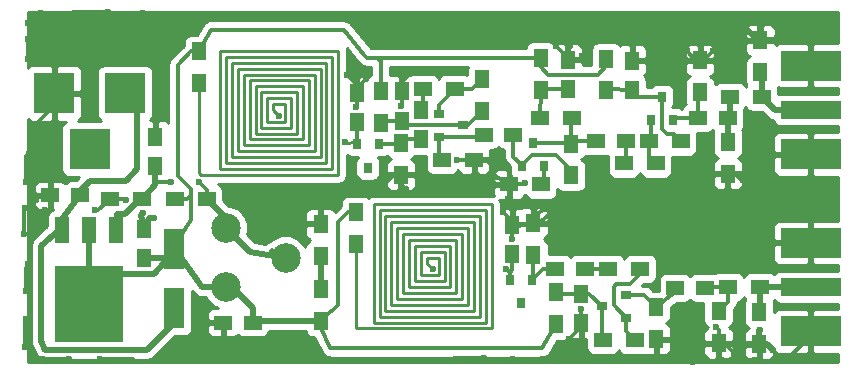
<source format=gbr>
G04 #@! TF.FileFunction,Copper,L1,Top,Signal*
%FSLAX46Y46*%
G04 Gerber Fmt 4.6, Leading zero omitted, Abs format (unit mm)*
G04 Created by KiCad (PCBNEW 4.0.7) date 05/06/20 17:17:56*
%MOMM*%
%LPD*%
G01*
G04 APERTURE LIST*
%ADD10C,0.100000*%
%ADD11R,1.250000X1.500000*%
%ADD12R,1.500000X1.250000*%
%ADD13R,1.800000X3.500000*%
%ADD14R,1.300000X1.500000*%
%ADD15R,3.500000X3.500000*%
%ADD16R,5.080000X2.500000*%
%ADD17R,5.080000X1.500000*%
%ADD18R,0.800000X0.900000*%
%ADD19R,0.900000X0.800000*%
%ADD20R,1.500000X1.300000*%
%ADD21C,2.500000*%
%ADD22R,1.200000X2.200000*%
%ADD23R,5.800000X6.400000*%
%ADD24R,2.750000X3.050000*%
%ADD25C,0.600000*%
%ADD26C,0.350000*%
%ADD27C,0.500000*%
%ADD28C,0.250000*%
%ADD29C,0.254000*%
G04 APERTURE END LIST*
D10*
D11*
X166878000Y-82824000D03*
X166878000Y-85324000D03*
D12*
X117622000Y-94234000D03*
X120122000Y-94234000D03*
D11*
X126500000Y-89250000D03*
X126500000Y-91750000D03*
D12*
X132250000Y-105000000D03*
X134750000Y-105000000D03*
X156825000Y-89125000D03*
X154325000Y-89125000D03*
D11*
X161437320Y-82737640D03*
X161437320Y-85237640D03*
D12*
X166350000Y-89662000D03*
X163850000Y-89662000D03*
X174980000Y-87680000D03*
X172480000Y-87680000D03*
X162875000Y-100425000D03*
X160375000Y-100425000D03*
D11*
X162580000Y-105040000D03*
X162580000Y-102540000D03*
D12*
X173025000Y-102050000D03*
X170525000Y-102050000D03*
D13*
X128100000Y-103780000D03*
X128100000Y-98780000D03*
D14*
X140500000Y-102150000D03*
X140500000Y-104850000D03*
D15*
X123952000Y-85598000D03*
X117952000Y-85598000D03*
X120952000Y-90298000D03*
D16*
X182000000Y-90750000D03*
X182000000Y-83250000D03*
D17*
X182000000Y-87000000D03*
D16*
X182000000Y-105750000D03*
X182000000Y-98250000D03*
D17*
X182000000Y-102000000D03*
D14*
X130200000Y-82050000D03*
X130200000Y-84750000D03*
X143500000Y-95650000D03*
X143500000Y-98350000D03*
D18*
X145450000Y-89900000D03*
X143550000Y-89900000D03*
X144500000Y-91900000D03*
X157553620Y-91777060D03*
X159453620Y-91777060D03*
X158503620Y-89777060D03*
X168468000Y-87868000D03*
X170368000Y-87868000D03*
X169418000Y-85868000D03*
X158430000Y-101362000D03*
X156530000Y-101362000D03*
X157480000Y-103362000D03*
D19*
X166354000Y-104582000D03*
X166354000Y-102682000D03*
X164354000Y-103632000D03*
D20*
X125350000Y-94500000D03*
X122650000Y-94500000D03*
X128150000Y-94500000D03*
X130850000Y-94500000D03*
D14*
X140500000Y-99350000D03*
X140500000Y-96650000D03*
X147300000Y-92500000D03*
X147300000Y-89800000D03*
X161710000Y-89840000D03*
X161710000Y-92540000D03*
X159156400Y-85271600D03*
X159156400Y-82571600D03*
D20*
X159100000Y-87650000D03*
X161800000Y-87650000D03*
X156460000Y-93310000D03*
X159160000Y-93310000D03*
X168322000Y-89662000D03*
X171022000Y-89662000D03*
D14*
X164700000Y-85350000D03*
X164700000Y-82650000D03*
X172640000Y-85510000D03*
X172640000Y-82810000D03*
X158525000Y-96575000D03*
X158525000Y-99275000D03*
D20*
X167100000Y-106475000D03*
X164400000Y-106475000D03*
D14*
X160400000Y-102450000D03*
X160400000Y-105150000D03*
X168925000Y-103700000D03*
X168925000Y-106400000D03*
D21*
X137540000Y-99500000D03*
X132500000Y-102000000D03*
X132500000Y-97000000D03*
D11*
X149000000Y-86975000D03*
X149000000Y-89475000D03*
X147375000Y-85400000D03*
X147375000Y-87900000D03*
D19*
X150525000Y-87350000D03*
X150525000Y-89250000D03*
X152525000Y-88300000D03*
D14*
X154190000Y-84380000D03*
X154190000Y-87080000D03*
X145600000Y-88125000D03*
X145600000Y-85425000D03*
D20*
X150800000Y-91225000D03*
X153500000Y-91225000D03*
D11*
X143550000Y-88025000D03*
X143550000Y-85525000D03*
X156740000Y-99200000D03*
X156740000Y-96700000D03*
X125550000Y-97050000D03*
X125550000Y-99550000D03*
D14*
X174990000Y-89720000D03*
X174990000Y-92420000D03*
D20*
X175140000Y-85890000D03*
X177840000Y-85890000D03*
D14*
X177740000Y-83810000D03*
X177740000Y-81110000D03*
X174200000Y-104050000D03*
X174200000Y-106750000D03*
D20*
X175010000Y-101990000D03*
X177710000Y-101990000D03*
D14*
X177640000Y-104120000D03*
X177640000Y-106820000D03*
D20*
X151850000Y-85225000D03*
X149150000Y-85225000D03*
X168900000Y-91525000D03*
X166200000Y-91525000D03*
X167575000Y-100450000D03*
X164875000Y-100450000D03*
D22*
X123180000Y-97150000D03*
X120900000Y-97150000D03*
X118620000Y-97150000D03*
D23*
X120900000Y-103450000D03*
D24*
X119375000Y-105125000D03*
X122425000Y-101775000D03*
X122425000Y-105125000D03*
X119375000Y-101775000D03*
D25*
X154350000Y-92900000D03*
X155050000Y-91775000D03*
X152075000Y-91275000D03*
X147325000Y-86625000D03*
X148225000Y-83750000D03*
X143525000Y-86725000D03*
X144350000Y-84375000D03*
X142750000Y-84025000D03*
X175500000Y-107550000D03*
X173950000Y-105350000D03*
X172650000Y-106700000D03*
X159950000Y-95850000D03*
X159400000Y-95350000D03*
X162560000Y-103886000D03*
X161544000Y-106426000D03*
X176390000Y-107050000D03*
X177680000Y-105600000D03*
X178800000Y-107330000D03*
X176630000Y-80190000D03*
X177870000Y-79830000D03*
X179130000Y-80890000D03*
X176250000Y-92930000D03*
X175080000Y-93790000D03*
X173700000Y-92550000D03*
X125500000Y-95700000D03*
X126430000Y-96160000D03*
X156720000Y-97910000D03*
X155910000Y-95600000D03*
X156800000Y-95350000D03*
X171570000Y-81930000D03*
X173740000Y-82040000D03*
X172740000Y-81310000D03*
X157810000Y-93220000D03*
X156410000Y-94500000D03*
X155270000Y-92690000D03*
X145770000Y-93450000D03*
X147760000Y-93710000D03*
X145860000Y-92570000D03*
X173100000Y-79100000D03*
X175170000Y-78900000D03*
X177240000Y-78990000D03*
X180160000Y-79060000D03*
X181500000Y-81000000D03*
X182000000Y-83250000D03*
X115700000Y-82700000D03*
X115700000Y-81000000D03*
X115700000Y-79600000D03*
X116800000Y-78800000D03*
X119700000Y-78800000D03*
X122500000Y-78700000D03*
X125500000Y-78800000D03*
X129300000Y-79000000D03*
X132700000Y-79100000D03*
X136800000Y-79300000D03*
X140900000Y-79200000D03*
X145000000Y-79300000D03*
X147900000Y-79200000D03*
X151000000Y-79200000D03*
X154200000Y-79400000D03*
X157700000Y-79200000D03*
X160100000Y-79000000D03*
X162100000Y-78900000D03*
X164500000Y-79000000D03*
X166600000Y-78900000D03*
X168600000Y-79000000D03*
X171100000Y-79200000D03*
X156800000Y-108100000D03*
X159300000Y-108100000D03*
X161500000Y-108200000D03*
X163400000Y-108200000D03*
X165300000Y-108100000D03*
X167700000Y-108100000D03*
X170000000Y-108200000D03*
X172000000Y-108300000D03*
X174500000Y-108200000D03*
X177300000Y-108200000D03*
X180100000Y-108000000D03*
X182000000Y-105750000D03*
X124500000Y-108200000D03*
X126800000Y-108200000D03*
X129400000Y-108200000D03*
X131600000Y-108200000D03*
X134300000Y-108200000D03*
X136900000Y-108200000D03*
X139200000Y-108100000D03*
X141400000Y-108200000D03*
X143800000Y-108200000D03*
X146400000Y-108200000D03*
X149100000Y-108200000D03*
X151600000Y-108200000D03*
X154300000Y-108000000D03*
X115900000Y-88700000D03*
X115800000Y-90700000D03*
X115600000Y-93100000D03*
X115500000Y-95300000D03*
X115400000Y-97500000D03*
X115700000Y-100000000D03*
X115600000Y-102300000D03*
X115600000Y-104700000D03*
X115500000Y-107100000D03*
X117000000Y-108100000D03*
X119200000Y-108100000D03*
X121800000Y-108100000D03*
X117200000Y-95500000D03*
X116400000Y-94600000D03*
X117200000Y-92800000D03*
X121412000Y-95504000D03*
X124000000Y-94600000D03*
X161600000Y-81600000D03*
X160400000Y-81600000D03*
X162600000Y-82400000D03*
X130200000Y-93100000D03*
X127800000Y-93100000D03*
X142600000Y-89700000D03*
X137000000Y-87500000D03*
X156190000Y-100500000D03*
X150000000Y-100500000D03*
D26*
X153500000Y-91225000D02*
X153500000Y-92050000D01*
X153500000Y-92050000D02*
X154350000Y-92900000D01*
X153500000Y-91225000D02*
X154500000Y-91225000D01*
X154500000Y-91225000D02*
X155050000Y-91775000D01*
X153500000Y-91225000D02*
X152125000Y-91225000D01*
X152125000Y-91225000D02*
X152075000Y-91275000D01*
X147375000Y-85400000D02*
X147375000Y-86575000D01*
X147375000Y-86575000D02*
X147325000Y-86625000D01*
X147375000Y-85400000D02*
X147375000Y-84600000D01*
X147375000Y-84600000D02*
X148225000Y-83750000D01*
X143550000Y-85525000D02*
X143550000Y-86700000D01*
X143550000Y-86700000D02*
X143525000Y-86725000D01*
X143550000Y-85525000D02*
X143550000Y-85175000D01*
X143550000Y-85175000D02*
X144350000Y-84375000D01*
X143550000Y-85525000D02*
X143550000Y-84825000D01*
X143550000Y-84825000D02*
X142750000Y-84025000D01*
X174200000Y-106750000D02*
X174700000Y-106750000D01*
X174700000Y-106750000D02*
X175500000Y-107550000D01*
X174200000Y-106750000D02*
X174200000Y-105600000D01*
X174200000Y-105600000D02*
X173950000Y-105350000D01*
X174200000Y-106750000D02*
X172700000Y-106750000D01*
X172700000Y-106750000D02*
X172650000Y-106700000D01*
X158525000Y-96575000D02*
X159025000Y-96575000D01*
X159025000Y-96575000D02*
X159950000Y-95850000D01*
X158525000Y-96575000D02*
X158525000Y-96025000D01*
X158525000Y-96025000D02*
X159400000Y-95350000D01*
X162580000Y-105040000D02*
X162580000Y-103906000D01*
X162580000Y-103906000D02*
X162560000Y-103886000D01*
X162580000Y-105040000D02*
X162580000Y-105390000D01*
X162580000Y-105390000D02*
X161544000Y-106426000D01*
D27*
X177640000Y-106820000D02*
X176620000Y-106820000D01*
X176620000Y-106820000D02*
X176390000Y-107050000D01*
X177640000Y-106820000D02*
X177640000Y-105640000D01*
X177640000Y-105640000D02*
X177680000Y-105600000D01*
X177640000Y-106820000D02*
X178290000Y-106820000D01*
X178290000Y-106820000D02*
X178800000Y-107330000D01*
X177740000Y-81110000D02*
X177550000Y-81110000D01*
X177550000Y-81110000D02*
X176630000Y-80190000D01*
X177740000Y-81110000D02*
X177740000Y-79960000D01*
X177740000Y-79960000D02*
X177870000Y-79830000D01*
X177740000Y-81110000D02*
X178910000Y-81110000D01*
X178910000Y-81110000D02*
X179130000Y-80890000D01*
X174990000Y-92420000D02*
X175740000Y-92420000D01*
X175740000Y-92420000D02*
X176250000Y-92930000D01*
X174990000Y-92420000D02*
X174990000Y-93700000D01*
X174990000Y-93700000D02*
X175080000Y-93790000D01*
X174990000Y-92420000D02*
X173830000Y-92420000D01*
X173830000Y-92420000D02*
X173700000Y-92550000D01*
X125550000Y-97050000D02*
X125330000Y-95870000D01*
X125330000Y-95870000D02*
X125500000Y-95700000D01*
X125550000Y-97050000D02*
X125600000Y-97050000D01*
X125600000Y-97050000D02*
X126020000Y-96160000D01*
X126020000Y-96160000D02*
X126430000Y-96160000D01*
D26*
X156740000Y-96700000D02*
X156740000Y-97890000D01*
X156740000Y-97890000D02*
X156720000Y-97910000D01*
X156740000Y-96700000D02*
X156740000Y-96430000D01*
X156740000Y-96430000D02*
X155910000Y-95600000D01*
X156740000Y-96700000D02*
X157090000Y-96700000D01*
X157090000Y-96700000D02*
X156800000Y-95350000D01*
X143550000Y-85525000D02*
X143710000Y-85475000D01*
X172640000Y-82810000D02*
X172090000Y-82810000D01*
X172090000Y-82810000D02*
X171570000Y-81930000D01*
X172640000Y-82810000D02*
X172970000Y-82810000D01*
X172970000Y-82810000D02*
X173740000Y-82040000D01*
X172640000Y-82810000D02*
X172640000Y-81410000D01*
X172640000Y-81410000D02*
X172740000Y-81310000D01*
X166878000Y-82824000D02*
X166528000Y-82824000D01*
X156460000Y-93310000D02*
X157720000Y-93310000D01*
X157720000Y-93310000D02*
X157810000Y-93220000D01*
X156460000Y-93310000D02*
X156460000Y-94300000D01*
X156460000Y-94300000D02*
X156410000Y-94500000D01*
X156460000Y-93310000D02*
X156460000Y-93070000D01*
X156460000Y-93070000D02*
X155270000Y-92690000D01*
X147300000Y-92500000D02*
X146720000Y-92500000D01*
X146720000Y-92500000D02*
X145770000Y-93450000D01*
X147300000Y-92500000D02*
X147300000Y-93250000D01*
X147300000Y-93250000D02*
X147760000Y-93710000D01*
X147300000Y-92500000D02*
X145930000Y-92500000D01*
X145930000Y-92500000D02*
X145860000Y-92570000D01*
X173100000Y-79100000D02*
X173200000Y-79200000D01*
X173200000Y-79200000D02*
X175170000Y-78900000D01*
X177240000Y-78990000D02*
X178160000Y-79060000D01*
X178160000Y-79060000D02*
X180160000Y-79060000D01*
X181500000Y-81000000D02*
X182000000Y-81500000D01*
X182000000Y-81500000D02*
X182000000Y-83250000D01*
X115700000Y-82700000D02*
X115700000Y-81000000D01*
X115700000Y-79600000D02*
X116500000Y-78800000D01*
X116500000Y-78800000D02*
X116800000Y-78800000D01*
X119700000Y-78800000D02*
X119800000Y-78700000D01*
X119800000Y-78700000D02*
X122500000Y-78700000D01*
X125500000Y-78800000D02*
X125700000Y-79000000D01*
X125700000Y-79000000D02*
X129300000Y-79000000D01*
X132700000Y-79100000D02*
X132900000Y-79300000D01*
X132900000Y-79300000D02*
X136800000Y-79300000D01*
X140900000Y-79200000D02*
X141000000Y-79300000D01*
X141000000Y-79300000D02*
X145000000Y-79300000D01*
X147900000Y-79200000D02*
X151000000Y-79200000D01*
X154200000Y-79400000D02*
X154400000Y-79200000D01*
X154400000Y-79200000D02*
X157700000Y-79200000D01*
X160100000Y-79000000D02*
X160200000Y-78900000D01*
X160200000Y-78900000D02*
X162100000Y-78900000D01*
X164500000Y-79000000D02*
X164600000Y-78900000D01*
X164600000Y-78900000D02*
X166600000Y-78900000D01*
X168600000Y-79000000D02*
X168800000Y-79200000D01*
X168800000Y-79200000D02*
X171100000Y-79200000D01*
X156800000Y-108100000D02*
X159300000Y-108100000D01*
X161500000Y-108200000D02*
X163400000Y-108200000D01*
X165300000Y-108100000D02*
X167700000Y-108100000D01*
X170000000Y-108200000D02*
X170100000Y-108300000D01*
X170100000Y-108300000D02*
X172000000Y-108300000D01*
X174500000Y-108200000D02*
X177300000Y-108200000D01*
X180100000Y-108000000D02*
X182000000Y-106100000D01*
X182000000Y-106100000D02*
X182000000Y-105750000D01*
X121800000Y-108100000D02*
X124400000Y-108100000D01*
X124400000Y-108100000D02*
X124500000Y-108200000D01*
X126800000Y-108200000D02*
X129400000Y-108200000D01*
X131600000Y-108200000D02*
X134300000Y-108200000D01*
X136900000Y-108200000D02*
X137000000Y-108100000D01*
X137000000Y-108100000D02*
X139200000Y-108100000D01*
X141400000Y-108200000D02*
X143800000Y-108200000D01*
X146400000Y-108200000D02*
X149100000Y-108200000D01*
X151600000Y-108200000D02*
X151800000Y-108000000D01*
X151800000Y-108000000D02*
X154300000Y-108000000D01*
X117952000Y-85598000D02*
X117952000Y-86648000D01*
X117952000Y-86648000D02*
X115900000Y-88700000D01*
X115800000Y-90700000D02*
X115600000Y-90900000D01*
X115600000Y-90900000D02*
X115600000Y-93100000D01*
X115500000Y-95300000D02*
X115400000Y-95400000D01*
X115400000Y-95400000D02*
X115400000Y-97500000D01*
X115700000Y-100000000D02*
X115600000Y-100500000D01*
X115600000Y-100500000D02*
X115600000Y-102300000D01*
X115600000Y-104700000D02*
X115500000Y-104800000D01*
X115500000Y-104800000D02*
X115500000Y-107100000D01*
X117000000Y-108100000D02*
X119200000Y-108100000D01*
X117622000Y-94234000D02*
X117622000Y-95578000D01*
X117622000Y-95578000D02*
X117200000Y-95500000D01*
X117622000Y-94234000D02*
X116766000Y-94234000D01*
X116766000Y-94234000D02*
X116400000Y-94600000D01*
X117622000Y-94234000D02*
X117622000Y-93222000D01*
X117622000Y-93222000D02*
X117200000Y-92800000D01*
X122650000Y-94500000D02*
X121662000Y-95508000D01*
X121662000Y-95508000D02*
X121412000Y-95504000D01*
X122650000Y-94500000D02*
X123900000Y-94500000D01*
X123900000Y-94500000D02*
X124000000Y-94600000D01*
X162580000Y-105040000D02*
X162130000Y-105040000D01*
X161437320Y-82737640D02*
X161437320Y-81762680D01*
X161437320Y-81762680D02*
X161600000Y-81600000D01*
X161437320Y-82737640D02*
X161437320Y-82637320D01*
X161437320Y-82637320D02*
X160400000Y-81600000D01*
X161437320Y-82737640D02*
X162262360Y-82737640D01*
X162262360Y-82737640D02*
X162600000Y-82400000D01*
X161437320Y-82737640D02*
X161437320Y-82437320D01*
D27*
X118620000Y-97150000D02*
X118358000Y-97150000D01*
X118358000Y-97150000D02*
X116850000Y-98500000D01*
X125800000Y-107300000D02*
X128100000Y-105000000D01*
X117200000Y-107300000D02*
X125800000Y-107300000D01*
X116850000Y-106600000D02*
X117200000Y-107300000D01*
X116850000Y-98500000D02*
X116850000Y-106600000D01*
X128100000Y-105000000D02*
X128100000Y-103780000D01*
X118620000Y-97150000D02*
X118620000Y-96244000D01*
X118620000Y-96244000D02*
X120122000Y-94234000D01*
X120122000Y-94234000D02*
X120122000Y-93878000D01*
X120122000Y-93878000D02*
X121000000Y-93000000D01*
X125000000Y-92000000D02*
X125000000Y-86646000D01*
X124000000Y-93000000D02*
X125000000Y-92000000D01*
X121000000Y-93000000D02*
X124000000Y-93000000D01*
X125000000Y-86646000D02*
X123952000Y-85598000D01*
D26*
X159156400Y-85271600D02*
X159091100Y-87641100D01*
X159091100Y-87641100D02*
X159100000Y-87650000D01*
X161437320Y-85237640D02*
X159190360Y-85237640D01*
X159190360Y-85237640D02*
X159156400Y-85271600D01*
X166350000Y-89662000D02*
X166350000Y-91375000D01*
X166350000Y-91375000D02*
X166200000Y-91525000D01*
X163850000Y-89662000D02*
X161888000Y-89662000D01*
X161888000Y-89662000D02*
X161710000Y-89840000D01*
X161710000Y-89840000D02*
X161710000Y-87740000D01*
X161710000Y-87740000D02*
X161800000Y-87650000D01*
X158503620Y-89777060D02*
X161647060Y-89777060D01*
X161647060Y-89777060D02*
X161710000Y-89840000D01*
X163725720Y-89537720D02*
X163850000Y-89662000D01*
X162224280Y-88074280D02*
X161800000Y-87650000D01*
X161800000Y-87650000D02*
X162163220Y-87650000D01*
X161800000Y-87650000D02*
X161567600Y-87650000D01*
X172480000Y-87680000D02*
X172480000Y-85670000D01*
X172480000Y-85670000D02*
X172640000Y-85510000D01*
X172480000Y-87680000D02*
X170556000Y-87680000D01*
X170556000Y-87680000D02*
X170368000Y-87868000D01*
X172570000Y-87590000D02*
X172480000Y-87680000D01*
X172380000Y-87580000D02*
X172480000Y-87680000D01*
D27*
X125350000Y-94500000D02*
X125250000Y-94500000D01*
X125250000Y-94500000D02*
X123940000Y-95810000D01*
X123300000Y-95810000D02*
X123200000Y-96418000D01*
X123940000Y-95810000D02*
X123300000Y-95810000D01*
D26*
X130850000Y-94500000D02*
X130850000Y-93750000D01*
X130850000Y-93750000D02*
X130200000Y-93100000D01*
X127800000Y-93100000D02*
X126500000Y-93100000D01*
X126500000Y-93100000D02*
X126600000Y-93100000D01*
X126600000Y-93100000D02*
X126500000Y-93100000D01*
D27*
X132500000Y-97000000D02*
X132500000Y-96150000D01*
X132500000Y-96150000D02*
X130850000Y-94500000D01*
X136398000Y-99060000D02*
X136398000Y-98980000D01*
X126500000Y-91750000D02*
X126500000Y-93100000D01*
X126500000Y-93100000D02*
X126500000Y-93350000D01*
X126500000Y-93350000D02*
X125350000Y-94500000D01*
X130968000Y-94250000D02*
X131282000Y-94250000D01*
X133168000Y-96332000D02*
X132500000Y-97000000D01*
X132500000Y-97000000D02*
X134540000Y-99000000D01*
X134540000Y-99000000D02*
X137540000Y-99500000D01*
D26*
X157553620Y-91777060D02*
X157553620Y-91673620D01*
X157553620Y-91673620D02*
X156825000Y-90945000D01*
X156825000Y-90945000D02*
X156825000Y-89125000D01*
X157553620Y-91777060D02*
X157553620Y-91646380D01*
X157553620Y-91646380D02*
X158375000Y-90825000D01*
X160475000Y-90825000D02*
X161710000Y-92060000D01*
X158375000Y-90825000D02*
X160475000Y-90825000D01*
X161710000Y-92060000D02*
X161710000Y-92540000D01*
X157553620Y-91777060D02*
X157579820Y-91777060D01*
X160375000Y-100425000D02*
X159342000Y-100450000D01*
X159342000Y-100450000D02*
X158430000Y-101362000D01*
X158525000Y-99275000D02*
X158525000Y-101267000D01*
X158525000Y-101267000D02*
X158430000Y-101362000D01*
X158700000Y-101092000D02*
X158430000Y-101362000D01*
X158480000Y-101312000D02*
X158430000Y-101362000D01*
X159453620Y-91777060D02*
X159453620Y-93016380D01*
X159453620Y-93016380D02*
X159160000Y-93310000D01*
X154325000Y-89125000D02*
X154100000Y-89125000D01*
X154100000Y-89125000D02*
X153975000Y-89250000D01*
X153975000Y-89250000D02*
X150525000Y-89250000D01*
X150525000Y-89250000D02*
X150525000Y-90950000D01*
X150525000Y-90950000D02*
X150800000Y-91225000D01*
X154225000Y-89025000D02*
X154325000Y-89125000D01*
X169418000Y-85868000D02*
X169418000Y-88643000D01*
X169825000Y-89050000D02*
X170410000Y-89050000D01*
X169418000Y-88643000D02*
X169825000Y-89050000D01*
X170410000Y-89050000D02*
X171022000Y-89662000D01*
X169418000Y-85868000D02*
X167422000Y-85868000D01*
X167422000Y-85868000D02*
X166878000Y-85324000D01*
X166878000Y-85324000D02*
X164800000Y-85250000D01*
X164800000Y-85250000D02*
X164700000Y-85350000D01*
D27*
X174990000Y-89720000D02*
X174990000Y-87690000D01*
X174990000Y-87690000D02*
X174980000Y-87680000D01*
X175140000Y-85890000D02*
X175140000Y-87520000D01*
X175140000Y-87520000D02*
X174980000Y-87680000D01*
D26*
X174980000Y-87680000D02*
X174980000Y-87730000D01*
X164875000Y-100450000D02*
X162900000Y-100450000D01*
X162900000Y-100450000D02*
X162875000Y-100425000D01*
X163175000Y-100725000D02*
X162875000Y-100425000D01*
X164354000Y-103632000D02*
X164354000Y-106429000D01*
X164354000Y-106429000D02*
X164400000Y-106475000D01*
X164029000Y-106104000D02*
X164400000Y-106475000D01*
X162580000Y-102540000D02*
X163262000Y-102540000D01*
X163262000Y-102540000D02*
X164354000Y-103632000D01*
X162580000Y-102540000D02*
X160490000Y-102540000D01*
X160490000Y-102540000D02*
X160400000Y-102450000D01*
X162480000Y-102440000D02*
X162580000Y-102540000D01*
X173025000Y-102050000D02*
X174920000Y-101900000D01*
X174920000Y-101900000D02*
X175010000Y-101990000D01*
X175010000Y-101990000D02*
X175010000Y-103240000D01*
X175010000Y-103240000D02*
X174200000Y-104050000D01*
D27*
X175010000Y-101990000D02*
X174470000Y-101990000D01*
D26*
X173025000Y-102050000D02*
X173075000Y-102050000D01*
X170525000Y-102050000D02*
X170525000Y-102375000D01*
X170525000Y-102375000D02*
X168925000Y-103700000D01*
X166354000Y-102682000D02*
X167907000Y-102682000D01*
X167907000Y-102682000D02*
X168925000Y-103700000D01*
X170375000Y-101900000D02*
X170525000Y-102050000D01*
D27*
X140500000Y-102150000D02*
X140500000Y-99350000D01*
D26*
X149150000Y-85225000D02*
X149150000Y-86825000D01*
X149150000Y-86825000D02*
X149000000Y-86975000D01*
X149000000Y-89475000D02*
X147625000Y-89475000D01*
X147625000Y-89475000D02*
X147300000Y-89800000D01*
X145450000Y-89900000D02*
X147200000Y-89900000D01*
X147200000Y-89900000D02*
X147300000Y-89800000D01*
X147375000Y-89875000D02*
X147300000Y-89800000D01*
X145450000Y-89900000D02*
X145450000Y-90150000D01*
X152525000Y-88300000D02*
X152970000Y-88300000D01*
X152970000Y-88300000D02*
X154190000Y-87080000D01*
X152525000Y-88300000D02*
X147775000Y-88300000D01*
X147775000Y-88300000D02*
X147375000Y-87900000D01*
X147375000Y-87900000D02*
X145825000Y-87900000D01*
X145825000Y-87900000D02*
X145600000Y-88125000D01*
X143550000Y-88025000D02*
X143550000Y-89900000D01*
D28*
X142700000Y-89800000D02*
X143380000Y-89730000D01*
X142600000Y-89700000D02*
X142700000Y-89800000D01*
X143380000Y-89730000D02*
X143550000Y-89900000D01*
X138500000Y-85500000D02*
X135500000Y-85500000D01*
X134000000Y-90000000D02*
X139500000Y-90000000D01*
X139500000Y-90000000D02*
X139500000Y-84500000D01*
X139500000Y-84500000D02*
X134500000Y-84500000D01*
X134500000Y-84500000D02*
X134500000Y-89500000D01*
X134500000Y-89500000D02*
X139000000Y-89500000D01*
X139000000Y-89500000D02*
X139000000Y-85000000D01*
X139000000Y-85000000D02*
X135000000Y-85000000D01*
X135000000Y-85000000D02*
X135000000Y-89000000D01*
X135000000Y-89000000D02*
X138500000Y-89000000D01*
X138500000Y-89000000D02*
X138500000Y-85500000D01*
X132500000Y-91500000D02*
X141000000Y-91500000D01*
X130500000Y-92500000D02*
X142000000Y-92500000D01*
X142000000Y-92500000D02*
X142000000Y-82000000D01*
X142000000Y-82000000D02*
X132000000Y-82000000D01*
X132000000Y-82000000D02*
X132000000Y-92000000D01*
X132000000Y-92000000D02*
X141500000Y-92000000D01*
X141500000Y-92000000D02*
X141500000Y-82500000D01*
X141500000Y-82500000D02*
X132500000Y-82500000D01*
X132500000Y-82500000D02*
X132500000Y-91500000D01*
X140000000Y-84000000D02*
X134000000Y-84000000D01*
X140000000Y-90500000D02*
X140000000Y-84000000D01*
X133500000Y-90500000D02*
X140000000Y-90500000D01*
X133500000Y-83500000D02*
X133500000Y-90500000D01*
X140500000Y-83500000D02*
X133500000Y-83500000D01*
X140500000Y-91000000D02*
X140500000Y-83500000D01*
X133000000Y-91000000D02*
X140500000Y-91000000D01*
X133000000Y-83000000D02*
X133000000Y-91000000D01*
X141000000Y-83000000D02*
X133000000Y-83000000D01*
X141000000Y-91500000D02*
X141000000Y-83000000D01*
X134000000Y-84000000D02*
X134000000Y-90000000D01*
X136500000Y-87000000D02*
X137000000Y-87500000D01*
X136500000Y-86500000D02*
X136500000Y-87000000D01*
X137500000Y-86500000D02*
X136500000Y-86500000D01*
X137500000Y-88000000D02*
X137500000Y-86500000D01*
X136000000Y-88000000D02*
X137500000Y-88000000D01*
X136000000Y-86000000D02*
X136000000Y-88000000D01*
X138000000Y-86000000D02*
X136000000Y-86000000D01*
X138000000Y-88500000D02*
X138000000Y-86000000D01*
X135500000Y-88500000D02*
X138000000Y-88500000D01*
X135500000Y-85500000D02*
X135500000Y-88500000D01*
X130200000Y-84750000D02*
X130200000Y-92300000D01*
X130400000Y-92500000D02*
X132500000Y-92500000D01*
X130200000Y-92300000D02*
X130400000Y-92500000D01*
D26*
X156740000Y-99200000D02*
X156740000Y-100560000D01*
X156740000Y-100560000D02*
X156530000Y-100770000D01*
X156190000Y-100500000D02*
X156260000Y-100500000D01*
X156530000Y-100770000D02*
X156530000Y-101362000D01*
X156260000Y-100500000D02*
X156530000Y-100770000D01*
D28*
X148500000Y-98500000D02*
X148500000Y-101500000D01*
X148500000Y-101500000D02*
X151000000Y-101500000D01*
X151000000Y-101500000D02*
X151000000Y-99000000D01*
X151000000Y-99000000D02*
X149000000Y-99000000D01*
X149000000Y-99000000D02*
X149000000Y-101000000D01*
X149000000Y-101000000D02*
X150500000Y-101000000D01*
X150500000Y-101000000D02*
X150500000Y-99500000D01*
X150500000Y-99500000D02*
X149500000Y-99500000D01*
X149500000Y-99500000D02*
X149500000Y-100000000D01*
X149500000Y-100000000D02*
X150000000Y-100500000D01*
X147000000Y-97000000D02*
X147000000Y-103000000D01*
X154000000Y-104500000D02*
X154000000Y-96000000D01*
X154000000Y-96000000D02*
X146000000Y-96000000D01*
X146000000Y-96000000D02*
X146000000Y-104000000D01*
X146000000Y-104000000D02*
X153500000Y-104000000D01*
X153500000Y-104000000D02*
X153500000Y-96500000D01*
X153500000Y-96500000D02*
X146500000Y-96500000D01*
X146500000Y-96500000D02*
X146500000Y-103500000D01*
X146500000Y-103500000D02*
X153000000Y-103500000D01*
X153000000Y-103500000D02*
X153000000Y-97000000D01*
X153000000Y-97000000D02*
X147000000Y-97000000D01*
X143500000Y-105500000D02*
X143500000Y-98350000D01*
X145500000Y-95500000D02*
X145500000Y-104500000D01*
X154500000Y-95500000D02*
X145500000Y-95500000D01*
X154500000Y-105000000D02*
X154500000Y-95500000D01*
X145000000Y-105000000D02*
X154500000Y-105000000D01*
X145000000Y-95000000D02*
X145000000Y-105000000D01*
X155000000Y-95000000D02*
X145000000Y-95000000D01*
X155000000Y-105500000D02*
X155000000Y-95000000D01*
X143500000Y-105500000D02*
X155000000Y-105500000D01*
X145500000Y-104500000D02*
X154000000Y-104500000D01*
X151500000Y-102000000D02*
X151500000Y-98500000D01*
X148000000Y-102000000D02*
X151500000Y-102000000D01*
X148000000Y-98000000D02*
X148000000Y-102000000D01*
X152000000Y-98000000D02*
X148000000Y-98000000D01*
X152000000Y-102500000D02*
X152000000Y-98000000D01*
X147500000Y-102500000D02*
X152000000Y-102500000D01*
X147500000Y-97500000D02*
X147500000Y-102500000D01*
X152500000Y-97500000D02*
X147500000Y-97500000D01*
X152500000Y-103000000D02*
X152500000Y-97500000D01*
X147000000Y-103000000D02*
X152500000Y-103000000D01*
X151500000Y-98500000D02*
X148500000Y-98500000D01*
X143500000Y-98350000D02*
X143500000Y-98500000D01*
D27*
X125550000Y-99550000D02*
X127330000Y-99550000D01*
X127330000Y-99550000D02*
X128100000Y-98780000D01*
X125100000Y-100900000D02*
X123446000Y-100904000D01*
X123446000Y-100904000D02*
X120900000Y-103450000D01*
X120900000Y-97150000D02*
X120900000Y-103450000D01*
D26*
X145600000Y-85425000D02*
X145600000Y-82850000D01*
X145600000Y-82850000D02*
X145321600Y-82571600D01*
D27*
X125100000Y-100924000D02*
X125100000Y-100900000D01*
X125590000Y-99590000D02*
X125550000Y-99550000D01*
D26*
X128400000Y-90400000D02*
X128400000Y-92600000D01*
X129500000Y-93700000D02*
X129500000Y-93900000D01*
X128400000Y-92600000D02*
X129500000Y-93700000D01*
X128150000Y-94500000D02*
X129200000Y-94500000D01*
X129200000Y-94500000D02*
X129500000Y-94200000D01*
X128100000Y-98780000D02*
X128100000Y-98480000D01*
X128100000Y-98480000D02*
X129500000Y-96300000D01*
X128400000Y-83200000D02*
X129550000Y-82050000D01*
X128400000Y-90400000D02*
X128400000Y-83200000D01*
X129500000Y-96300000D02*
X129500000Y-94200000D01*
X129500000Y-94200000D02*
X129500000Y-93900000D01*
X129550000Y-82050000D02*
X130200000Y-82050000D01*
X159156400Y-82571600D02*
X159156400Y-83356400D01*
X164000000Y-84000000D02*
X164700000Y-83300000D01*
X159800000Y-84000000D02*
X164000000Y-84000000D01*
X159156400Y-83356400D02*
X159800000Y-84000000D01*
X164700000Y-83300000D02*
X164700000Y-82650000D01*
X159156400Y-82571600D02*
X146400000Y-82571600D01*
X146400000Y-82571600D02*
X145321600Y-82571600D01*
X145321600Y-82571600D02*
X144424400Y-82571600D01*
X144424400Y-82571600D02*
X144221200Y-82368400D01*
X130200000Y-82050000D02*
X130200000Y-82042400D01*
X130200000Y-82042400D02*
X131219600Y-80192800D01*
X142475600Y-80192800D02*
X144221200Y-82368400D01*
X131219600Y-80192800D02*
X142475600Y-80192800D01*
X140500000Y-104850000D02*
X140500000Y-105500000D01*
X140500000Y-105500000D02*
X141320000Y-107180000D01*
X159270000Y-107180000D02*
X160400000Y-105150000D01*
X141320000Y-107180000D02*
X159270000Y-107180000D01*
X143500000Y-95650000D02*
X142850000Y-95650000D01*
X142850000Y-95650000D02*
X142000000Y-96500000D01*
X142000000Y-96500000D02*
X142000000Y-103500000D01*
X142000000Y-103500000D02*
X141500000Y-104000000D01*
X141500000Y-104000000D02*
X141350000Y-104000000D01*
X141350000Y-104000000D02*
X140500000Y-104850000D01*
D27*
X140500000Y-104850000D02*
X134900000Y-104850000D01*
X134900000Y-104850000D02*
X134750000Y-105000000D01*
X132500000Y-102000000D02*
X133000000Y-102000000D01*
X133000000Y-102000000D02*
X134750000Y-103750000D01*
X134750000Y-103750000D02*
X134750000Y-105000000D01*
X128100000Y-98780000D02*
X128192000Y-98780000D01*
X128192000Y-98780000D02*
X130500000Y-102000000D01*
X130500000Y-102000000D02*
X132500000Y-102000000D01*
X127996000Y-98676000D02*
X128100000Y-98780000D01*
X132500000Y-102000000D02*
X132500000Y-101592000D01*
X128314000Y-98994000D02*
X128100000Y-98780000D01*
X128100000Y-98780000D02*
X128100000Y-98994000D01*
X128100000Y-98994000D02*
X126400000Y-100924000D01*
X126400000Y-100924000D02*
X125100000Y-100924000D01*
X182000000Y-87000000D02*
X178950000Y-87000000D01*
X178950000Y-87000000D02*
X177840000Y-85890000D01*
X177840000Y-85890000D02*
X177840000Y-83910000D01*
X177840000Y-83910000D02*
X177740000Y-83810000D01*
X177710000Y-101990000D02*
X181990000Y-101990000D01*
X181990000Y-101990000D02*
X182000000Y-102000000D01*
X177710000Y-101990000D02*
X177710000Y-104050000D01*
X177710000Y-104050000D02*
X177640000Y-104120000D01*
D26*
X168322000Y-89662000D02*
X168322000Y-90947000D01*
X168322000Y-90947000D02*
X168900000Y-91525000D01*
X168468000Y-87868000D02*
X168468000Y-89516000D01*
X168468000Y-89516000D02*
X168322000Y-89662000D01*
X168702000Y-89282000D02*
X168322000Y-89662000D01*
X167575000Y-100450000D02*
X167575000Y-100875000D01*
X167575000Y-100875000D02*
X166700000Y-101750000D01*
X166700000Y-101750000D02*
X165550000Y-101750000D01*
X165550000Y-101750000D02*
X165325000Y-101975000D01*
X165325000Y-101975000D02*
X165325000Y-103553000D01*
X165325000Y-103553000D02*
X166354000Y-104582000D01*
X166354000Y-104582000D02*
X166354000Y-105729000D01*
X166354000Y-105729000D02*
X167100000Y-106475000D01*
X166354000Y-104582000D02*
X166132000Y-104582000D01*
X151850000Y-85225000D02*
X153345000Y-85225000D01*
X153345000Y-85225000D02*
X154190000Y-84380000D01*
X150525000Y-87350000D02*
X150525000Y-86550000D01*
X150525000Y-86550000D02*
X151850000Y-85225000D01*
D29*
G36*
X184298000Y-81365000D02*
X182285750Y-81365000D01*
X182127000Y-81523750D01*
X182127000Y-83123000D01*
X182147000Y-83123000D01*
X182147000Y-83377000D01*
X182127000Y-83377000D01*
X182127000Y-84976250D01*
X182285750Y-85135000D01*
X184298000Y-85135000D01*
X184298000Y-85610717D01*
X179460000Y-85610717D01*
X179229283Y-85654129D01*
X179229283Y-85240000D01*
X179199031Y-85079222D01*
X179333690Y-85135000D01*
X181714250Y-85135000D01*
X181873000Y-84976250D01*
X181873000Y-83377000D01*
X181853000Y-83377000D01*
X181853000Y-83123000D01*
X181873000Y-83123000D01*
X181873000Y-81523750D01*
X181714250Y-81365000D01*
X179333690Y-81365000D01*
X179100301Y-81461673D01*
X179025000Y-81536974D01*
X179025000Y-81395750D01*
X178866250Y-81237000D01*
X177867000Y-81237000D01*
X177867000Y-81257000D01*
X177613000Y-81257000D01*
X177613000Y-81237000D01*
X176613750Y-81237000D01*
X176455000Y-81395750D01*
X176455000Y-81986309D01*
X176551673Y-82219698D01*
X176730301Y-82398327D01*
X176879829Y-82460263D01*
X176857648Y-82464437D01*
X176644247Y-82601757D01*
X176501083Y-82811283D01*
X176450717Y-83060000D01*
X176450717Y-84560000D01*
X176494437Y-84792352D01*
X176563584Y-84899810D01*
X176501083Y-84991283D01*
X176491442Y-85038892D01*
X176485563Y-85007648D01*
X176348243Y-84794247D01*
X176138717Y-84651083D01*
X175890000Y-84600717D01*
X174390000Y-84600717D01*
X174157648Y-84644437D01*
X173944247Y-84781757D01*
X173929283Y-84803657D01*
X173929283Y-84760000D01*
X173885563Y-84527648D01*
X173748243Y-84314247D01*
X173538717Y-84171083D01*
X173495284Y-84162288D01*
X173649699Y-84098327D01*
X173828327Y-83919698D01*
X173925000Y-83686309D01*
X173925000Y-83095750D01*
X173766250Y-82937000D01*
X172767000Y-82937000D01*
X172767000Y-82957000D01*
X172513000Y-82957000D01*
X172513000Y-82937000D01*
X171513750Y-82937000D01*
X171355000Y-83095750D01*
X171355000Y-83686309D01*
X171451673Y-83919698D01*
X171630301Y-84098327D01*
X171779829Y-84160263D01*
X171757648Y-84164437D01*
X171544247Y-84301757D01*
X171401083Y-84511283D01*
X171350717Y-84760000D01*
X171350717Y-86260000D01*
X171394437Y-86492352D01*
X171409681Y-86516042D01*
X171284247Y-86596757D01*
X171141083Y-86806283D01*
X171126560Y-86878000D01*
X171088309Y-86878000D01*
X171016717Y-86829083D01*
X170768000Y-86778717D01*
X170259908Y-86778717D01*
X170263753Y-86776243D01*
X170406917Y-86566717D01*
X170457283Y-86318000D01*
X170457283Y-85418000D01*
X170413563Y-85185648D01*
X170276243Y-84972247D01*
X170066717Y-84829083D01*
X169818000Y-84778717D01*
X169018000Y-84778717D01*
X168785648Y-84822437D01*
X168572247Y-84959757D01*
X168499654Y-85066000D01*
X168142283Y-85066000D01*
X168142283Y-84574000D01*
X168098563Y-84341648D01*
X167961243Y-84128247D01*
X167893242Y-84081784D01*
X168041327Y-83933698D01*
X168138000Y-83700309D01*
X168138000Y-83109750D01*
X167979250Y-82951000D01*
X167005000Y-82951000D01*
X167005000Y-82971000D01*
X166751000Y-82971000D01*
X166751000Y-82951000D01*
X166731000Y-82951000D01*
X166731000Y-82697000D01*
X166751000Y-82697000D01*
X166751000Y-81597750D01*
X167005000Y-81597750D01*
X167005000Y-82697000D01*
X167979250Y-82697000D01*
X168138000Y-82538250D01*
X168138000Y-81947691D01*
X168132202Y-81933691D01*
X171355000Y-81933691D01*
X171355000Y-82524250D01*
X171513750Y-82683000D01*
X172513000Y-82683000D01*
X172513000Y-81583750D01*
X172767000Y-81583750D01*
X172767000Y-82683000D01*
X173766250Y-82683000D01*
X173925000Y-82524250D01*
X173925000Y-81933691D01*
X173828327Y-81700302D01*
X173649699Y-81521673D01*
X173416310Y-81425000D01*
X172925750Y-81425000D01*
X172767000Y-81583750D01*
X172513000Y-81583750D01*
X172354250Y-81425000D01*
X171863690Y-81425000D01*
X171630301Y-81521673D01*
X171451673Y-81700302D01*
X171355000Y-81933691D01*
X168132202Y-81933691D01*
X168041327Y-81714302D01*
X167862699Y-81535673D01*
X167629310Y-81439000D01*
X167163750Y-81439000D01*
X167005000Y-81597750D01*
X166751000Y-81597750D01*
X166592250Y-81439000D01*
X166126690Y-81439000D01*
X165893301Y-81535673D01*
X165873428Y-81555547D01*
X165808243Y-81454247D01*
X165598717Y-81311083D01*
X165350000Y-81260717D01*
X164050000Y-81260717D01*
X163817648Y-81304437D01*
X163604247Y-81441757D01*
X163461083Y-81651283D01*
X163410717Y-81900000D01*
X163410717Y-83198000D01*
X162697320Y-83198000D01*
X162697320Y-83023390D01*
X162538570Y-82864640D01*
X161564320Y-82864640D01*
X161564320Y-82884640D01*
X161310320Y-82884640D01*
X161310320Y-82864640D01*
X161290320Y-82864640D01*
X161290320Y-82610640D01*
X161310320Y-82610640D01*
X161310320Y-81511390D01*
X161564320Y-81511390D01*
X161564320Y-82610640D01*
X162538570Y-82610640D01*
X162697320Y-82451890D01*
X162697320Y-81861331D01*
X162600647Y-81627942D01*
X162422019Y-81449313D01*
X162188630Y-81352640D01*
X161723070Y-81352640D01*
X161564320Y-81511390D01*
X161310320Y-81511390D01*
X161151570Y-81352640D01*
X160686010Y-81352640D01*
X160452621Y-81449313D01*
X160367008Y-81534926D01*
X160264643Y-81375847D01*
X160055117Y-81232683D01*
X159806400Y-81182317D01*
X158506400Y-81182317D01*
X158274048Y-81226037D01*
X158060647Y-81363357D01*
X157917483Y-81572883D01*
X157877647Y-81769600D01*
X145321605Y-81769600D01*
X145321600Y-81769599D01*
X145321595Y-81769600D01*
X144768992Y-81769600D01*
X143536651Y-80233691D01*
X176455000Y-80233691D01*
X176455000Y-80824250D01*
X176613750Y-80983000D01*
X177613000Y-80983000D01*
X177613000Y-79883750D01*
X177867000Y-79883750D01*
X177867000Y-80983000D01*
X178866250Y-80983000D01*
X179025000Y-80824250D01*
X179025000Y-80233691D01*
X178928327Y-80000302D01*
X178749699Y-79821673D01*
X178516310Y-79725000D01*
X178025750Y-79725000D01*
X177867000Y-79883750D01*
X177613000Y-79883750D01*
X177454250Y-79725000D01*
X176963690Y-79725000D01*
X176730301Y-79821673D01*
X176551673Y-80000302D01*
X176455000Y-80233691D01*
X143536651Y-80233691D01*
X143101138Y-79690897D01*
X143067268Y-79662469D01*
X143042700Y-79625700D01*
X142948357Y-79562662D01*
X142861452Y-79489720D01*
X142819280Y-79476417D01*
X142782512Y-79451849D01*
X142671232Y-79429714D01*
X142563024Y-79395579D01*
X142518971Y-79399427D01*
X142475600Y-79390800D01*
X131219600Y-79390800D01*
X131109048Y-79412790D01*
X130996735Y-79422387D01*
X130956797Y-79443075D01*
X130912688Y-79451849D01*
X130818964Y-79514473D01*
X130718876Y-79566319D01*
X130689899Y-79600711D01*
X130652500Y-79625700D01*
X130589875Y-79719426D01*
X130517247Y-79805625D01*
X130045874Y-80660717D01*
X129550000Y-80660717D01*
X129317648Y-80704437D01*
X129104247Y-80841757D01*
X128961083Y-81051283D01*
X128910717Y-81300000D01*
X128910717Y-81555084D01*
X127832900Y-82632900D01*
X127659049Y-82893088D01*
X127597999Y-83200000D01*
X127598000Y-83200005D01*
X127598000Y-88074975D01*
X127484699Y-87961673D01*
X127251310Y-87865000D01*
X126785750Y-87865000D01*
X126627000Y-88023750D01*
X126627000Y-89123000D01*
X126647000Y-89123000D01*
X126647000Y-89377000D01*
X126627000Y-89377000D01*
X126627000Y-89397000D01*
X126373000Y-89397000D01*
X126373000Y-89377000D01*
X126353000Y-89377000D01*
X126353000Y-89123000D01*
X126373000Y-89123000D01*
X126373000Y-88023750D01*
X126214250Y-87865000D01*
X126056442Y-87865000D01*
X126147753Y-87806243D01*
X126290917Y-87596717D01*
X126341283Y-87348000D01*
X126341283Y-83848000D01*
X126297563Y-83615648D01*
X126160243Y-83402247D01*
X125950717Y-83259083D01*
X125702000Y-83208717D01*
X122202000Y-83208717D01*
X121969648Y-83252437D01*
X121756247Y-83389757D01*
X121613083Y-83599283D01*
X121562717Y-83848000D01*
X121562717Y-87348000D01*
X121606437Y-87580352D01*
X121743757Y-87793753D01*
X121912011Y-87908717D01*
X120007644Y-87908717D01*
X120061698Y-87886327D01*
X120240327Y-87707699D01*
X120337000Y-87474310D01*
X120337000Y-85883750D01*
X120178250Y-85725000D01*
X118079000Y-85725000D01*
X118079000Y-87824250D01*
X118237750Y-87983000D01*
X118922152Y-87983000D01*
X118756247Y-88089757D01*
X118613083Y-88299283D01*
X118562717Y-88548000D01*
X118562717Y-92048000D01*
X118606437Y-92280352D01*
X118743757Y-92493753D01*
X118953283Y-92636917D01*
X119202000Y-92687283D01*
X120072452Y-92687283D01*
X119790017Y-92969717D01*
X119372000Y-92969717D01*
X119139648Y-93013437D01*
X118926247Y-93150757D01*
X118879784Y-93218758D01*
X118731698Y-93070673D01*
X118498309Y-92974000D01*
X117907750Y-92974000D01*
X117749000Y-93132750D01*
X117749000Y-94107000D01*
X117769000Y-94107000D01*
X117769000Y-94361000D01*
X117749000Y-94361000D01*
X117749000Y-95335250D01*
X117855432Y-95441682D01*
X117787648Y-95454437D01*
X117574247Y-95591757D01*
X117431083Y-95801283D01*
X117380717Y-96050000D01*
X117380717Y-96847803D01*
X116265044Y-97846582D01*
X116250292Y-97866219D01*
X116229867Y-97879867D01*
X116148006Y-98002381D01*
X116059519Y-98120174D01*
X116053405Y-98143963D01*
X116039758Y-98164387D01*
X116011014Y-98308890D01*
X115974337Y-98451590D01*
X115977792Y-98475909D01*
X115973000Y-98500000D01*
X115973000Y-106600000D01*
X115979148Y-106630907D01*
X115975207Y-106662170D01*
X116012334Y-106797746D01*
X116039758Y-106935613D01*
X116057264Y-106961812D01*
X116065587Y-106992206D01*
X116415587Y-107692207D01*
X116501774Y-107803258D01*
X116579867Y-107920133D01*
X116606069Y-107937640D01*
X116625388Y-107962533D01*
X116747513Y-108032150D01*
X116864387Y-108110242D01*
X116895289Y-108116389D01*
X116922668Y-108131996D01*
X117062137Y-108149577D01*
X117200000Y-108177000D01*
X125800000Y-108177000D01*
X126135613Y-108110242D01*
X126420133Y-107920133D01*
X128170983Y-106169283D01*
X129000000Y-106169283D01*
X129232352Y-106125563D01*
X129445753Y-105988243D01*
X129588917Y-105778717D01*
X129639283Y-105530000D01*
X129639283Y-105285750D01*
X130865000Y-105285750D01*
X130865000Y-105751310D01*
X130961673Y-105984699D01*
X131140302Y-106163327D01*
X131373691Y-106260000D01*
X131964250Y-106260000D01*
X132123000Y-106101250D01*
X132123000Y-105127000D01*
X131023750Y-105127000D01*
X130865000Y-105285750D01*
X129639283Y-105285750D01*
X129639283Y-102304560D01*
X129787194Y-102510918D01*
X129839816Y-102560192D01*
X129879867Y-102620133D01*
X129963529Y-102676034D01*
X130036973Y-102744805D01*
X130104446Y-102770191D01*
X130164387Y-102810242D01*
X130263067Y-102829871D01*
X130357244Y-102865304D01*
X130429298Y-102862936D01*
X130500000Y-102877000D01*
X130831452Y-102877000D01*
X130907829Y-103061846D01*
X131435376Y-103590316D01*
X131795856Y-103740000D01*
X131373691Y-103740000D01*
X131140302Y-103836673D01*
X130961673Y-104015301D01*
X130865000Y-104248690D01*
X130865000Y-104714250D01*
X131023750Y-104873000D01*
X132123000Y-104873000D01*
X132123000Y-104853000D01*
X132377000Y-104853000D01*
X132377000Y-104873000D01*
X132397000Y-104873000D01*
X132397000Y-105127000D01*
X132377000Y-105127000D01*
X132377000Y-106101250D01*
X132535750Y-106260000D01*
X133126309Y-106260000D01*
X133359698Y-106163327D01*
X133506721Y-106016305D01*
X133541757Y-106070753D01*
X133751283Y-106213917D01*
X134000000Y-106264283D01*
X135500000Y-106264283D01*
X135732352Y-106220563D01*
X135945753Y-106083243D01*
X136088917Y-105873717D01*
X136118628Y-105727000D01*
X139234614Y-105727000D01*
X139254437Y-105832352D01*
X139391757Y-106045753D01*
X139601283Y-106188917D01*
X139850000Y-106239283D01*
X139968406Y-106239283D01*
X140599270Y-107531784D01*
X140679384Y-107637074D01*
X140752900Y-107747100D01*
X140773649Y-107760964D01*
X140788755Y-107780817D01*
X140903063Y-107847435D01*
X141013088Y-107920951D01*
X141037559Y-107925819D01*
X141059116Y-107938382D01*
X141190223Y-107956186D01*
X141320000Y-107982000D01*
X159270000Y-107982000D01*
X159378950Y-107960328D01*
X159489682Y-107951327D01*
X159531180Y-107930048D01*
X159576912Y-107920951D01*
X159669277Y-107859235D01*
X159768133Y-107808544D01*
X159798326Y-107773008D01*
X159837100Y-107747100D01*
X159898819Y-107654730D01*
X159970748Y-107570072D01*
X160544537Y-106539283D01*
X161050000Y-106539283D01*
X161282352Y-106495563D01*
X161495753Y-106358243D01*
X161548305Y-106281331D01*
X161595301Y-106328327D01*
X161828690Y-106425000D01*
X162294250Y-106425000D01*
X162453000Y-106266250D01*
X162453000Y-105167000D01*
X162433000Y-105167000D01*
X162433000Y-104913000D01*
X162453000Y-104913000D01*
X162453000Y-104893000D01*
X162707000Y-104893000D01*
X162707000Y-104913000D01*
X162727000Y-104913000D01*
X162727000Y-105167000D01*
X162707000Y-105167000D01*
X162707000Y-106266250D01*
X162865750Y-106425000D01*
X163010717Y-106425000D01*
X163010717Y-107125000D01*
X163054437Y-107357352D01*
X163191757Y-107570753D01*
X163401283Y-107713917D01*
X163650000Y-107764283D01*
X165150000Y-107764283D01*
X165382352Y-107720563D01*
X165595753Y-107583243D01*
X165738917Y-107373717D01*
X165748558Y-107326108D01*
X165754437Y-107357352D01*
X165891757Y-107570753D01*
X166101283Y-107713917D01*
X166350000Y-107764283D01*
X167850000Y-107764283D01*
X168020997Y-107732108D01*
X168148690Y-107785000D01*
X168639250Y-107785000D01*
X168798000Y-107626250D01*
X168798000Y-106527000D01*
X169052000Y-106527000D01*
X169052000Y-107626250D01*
X169210750Y-107785000D01*
X169701310Y-107785000D01*
X169934699Y-107688327D01*
X170113327Y-107509698D01*
X170210000Y-107276309D01*
X170210000Y-107035750D01*
X172915000Y-107035750D01*
X172915000Y-107626309D01*
X173011673Y-107859698D01*
X173190301Y-108038327D01*
X173423690Y-108135000D01*
X173914250Y-108135000D01*
X174073000Y-107976250D01*
X174073000Y-106877000D01*
X174327000Y-106877000D01*
X174327000Y-107976250D01*
X174485750Y-108135000D01*
X174976310Y-108135000D01*
X175209699Y-108038327D01*
X175388327Y-107859698D01*
X175485000Y-107626309D01*
X175485000Y-107105750D01*
X176355000Y-107105750D01*
X176355000Y-107696309D01*
X176451673Y-107929698D01*
X176630301Y-108108327D01*
X176863690Y-108205000D01*
X177354250Y-108205000D01*
X177513000Y-108046250D01*
X177513000Y-106947000D01*
X176513750Y-106947000D01*
X176355000Y-107105750D01*
X175485000Y-107105750D01*
X175485000Y-107035750D01*
X175326250Y-106877000D01*
X174327000Y-106877000D01*
X174073000Y-106877000D01*
X173073750Y-106877000D01*
X172915000Y-107035750D01*
X170210000Y-107035750D01*
X170210000Y-106685750D01*
X170051250Y-106527000D01*
X169052000Y-106527000D01*
X168798000Y-106527000D01*
X168778000Y-106527000D01*
X168778000Y-106273000D01*
X168798000Y-106273000D01*
X168798000Y-106253000D01*
X169052000Y-106253000D01*
X169052000Y-106273000D01*
X170051250Y-106273000D01*
X170210000Y-106114250D01*
X170210000Y-105523691D01*
X170113327Y-105290302D01*
X169934699Y-105111673D01*
X169785171Y-105049737D01*
X169807352Y-105045563D01*
X170020753Y-104908243D01*
X170163917Y-104698717D01*
X170214283Y-104450000D01*
X170214283Y-103673614D01*
X170648192Y-103314283D01*
X171275000Y-103314283D01*
X171507352Y-103270563D01*
X171720753Y-103133243D01*
X171774334Y-103054826D01*
X171816757Y-103120753D01*
X172026283Y-103263917D01*
X172275000Y-103314283D01*
X172910717Y-103314283D01*
X172910717Y-104800000D01*
X172954437Y-105032352D01*
X173091757Y-105245753D01*
X173301283Y-105388917D01*
X173344716Y-105397712D01*
X173190301Y-105461673D01*
X173011673Y-105640302D01*
X172915000Y-105873691D01*
X172915000Y-106464250D01*
X173073750Y-106623000D01*
X174073000Y-106623000D01*
X174073000Y-106603000D01*
X174327000Y-106603000D01*
X174327000Y-106623000D01*
X175326250Y-106623000D01*
X175485000Y-106464250D01*
X175485000Y-105873691D01*
X175388327Y-105640302D01*
X175209699Y-105461673D01*
X175060171Y-105399737D01*
X175082352Y-105395563D01*
X175295753Y-105258243D01*
X175438917Y-105048717D01*
X175489283Y-104800000D01*
X175489283Y-103894917D01*
X175577100Y-103807100D01*
X175750951Y-103546912D01*
X175805905Y-103270645D01*
X175992352Y-103235563D01*
X176205753Y-103098243D01*
X176348917Y-102888717D01*
X176358558Y-102841108D01*
X176364437Y-102872352D01*
X176464704Y-103028171D01*
X176401083Y-103121283D01*
X176350717Y-103370000D01*
X176350717Y-104870000D01*
X176394437Y-105102352D01*
X176531757Y-105315753D01*
X176741283Y-105458917D01*
X176784716Y-105467712D01*
X176630301Y-105531673D01*
X176451673Y-105710302D01*
X176355000Y-105943691D01*
X176355000Y-106534250D01*
X176513750Y-106693000D01*
X177513000Y-106693000D01*
X177513000Y-106673000D01*
X177767000Y-106673000D01*
X177767000Y-106693000D01*
X177787000Y-106693000D01*
X177787000Y-106947000D01*
X177767000Y-106947000D01*
X177767000Y-108046250D01*
X177925750Y-108205000D01*
X178416310Y-108205000D01*
X178649699Y-108108327D01*
X178828327Y-107929698D01*
X178925000Y-107696309D01*
X178925000Y-107363025D01*
X179100301Y-107538327D01*
X179333690Y-107635000D01*
X181714250Y-107635000D01*
X181873000Y-107476250D01*
X181873000Y-105877000D01*
X181853000Y-105877000D01*
X181853000Y-105623000D01*
X181873000Y-105623000D01*
X181873000Y-104023750D01*
X181714250Y-103865000D01*
X179333690Y-103865000D01*
X179100301Y-103961673D01*
X178929283Y-104132692D01*
X178929283Y-103370000D01*
X178885563Y-103137648D01*
X178873544Y-103118969D01*
X178905753Y-103098243D01*
X178922881Y-103073176D01*
X179001757Y-103195753D01*
X179211283Y-103338917D01*
X179460000Y-103389283D01*
X184298000Y-103389283D01*
X184298000Y-103865000D01*
X182285750Y-103865000D01*
X182127000Y-104023750D01*
X182127000Y-105623000D01*
X182147000Y-105623000D01*
X182147000Y-105877000D01*
X182127000Y-105877000D01*
X182127000Y-107476250D01*
X182285750Y-107635000D01*
X184298000Y-107635000D01*
X184298000Y-108298000D01*
X115702000Y-108298000D01*
X115702000Y-94519750D01*
X116237000Y-94519750D01*
X116237000Y-94985310D01*
X116333673Y-95218699D01*
X116512302Y-95397327D01*
X116745691Y-95494000D01*
X117336250Y-95494000D01*
X117495000Y-95335250D01*
X117495000Y-94361000D01*
X116395750Y-94361000D01*
X116237000Y-94519750D01*
X115702000Y-94519750D01*
X115702000Y-93482690D01*
X116237000Y-93482690D01*
X116237000Y-93948250D01*
X116395750Y-94107000D01*
X117495000Y-94107000D01*
X117495000Y-93132750D01*
X117336250Y-92974000D01*
X116745691Y-92974000D01*
X116512302Y-93070673D01*
X116333673Y-93249301D01*
X116237000Y-93482690D01*
X115702000Y-93482690D01*
X115702000Y-87746026D01*
X115842302Y-87886327D01*
X116075691Y-87983000D01*
X117666250Y-87983000D01*
X117825000Y-87824250D01*
X117825000Y-85725000D01*
X117805000Y-85725000D01*
X117805000Y-85471000D01*
X117825000Y-85471000D01*
X117825000Y-83371750D01*
X118079000Y-83371750D01*
X118079000Y-85471000D01*
X120178250Y-85471000D01*
X120337000Y-85312250D01*
X120337000Y-83721690D01*
X120240327Y-83488301D01*
X120061698Y-83309673D01*
X119828309Y-83213000D01*
X118237750Y-83213000D01*
X118079000Y-83371750D01*
X117825000Y-83371750D01*
X117666250Y-83213000D01*
X116075691Y-83213000D01*
X115842302Y-83309673D01*
X115702000Y-83449974D01*
X115702000Y-78702000D01*
X184298000Y-78702000D01*
X184298000Y-81365000D01*
X184298000Y-81365000D01*
G37*
X184298000Y-81365000D02*
X182285750Y-81365000D01*
X182127000Y-81523750D01*
X182127000Y-83123000D01*
X182147000Y-83123000D01*
X182147000Y-83377000D01*
X182127000Y-83377000D01*
X182127000Y-84976250D01*
X182285750Y-85135000D01*
X184298000Y-85135000D01*
X184298000Y-85610717D01*
X179460000Y-85610717D01*
X179229283Y-85654129D01*
X179229283Y-85240000D01*
X179199031Y-85079222D01*
X179333690Y-85135000D01*
X181714250Y-85135000D01*
X181873000Y-84976250D01*
X181873000Y-83377000D01*
X181853000Y-83377000D01*
X181853000Y-83123000D01*
X181873000Y-83123000D01*
X181873000Y-81523750D01*
X181714250Y-81365000D01*
X179333690Y-81365000D01*
X179100301Y-81461673D01*
X179025000Y-81536974D01*
X179025000Y-81395750D01*
X178866250Y-81237000D01*
X177867000Y-81237000D01*
X177867000Y-81257000D01*
X177613000Y-81257000D01*
X177613000Y-81237000D01*
X176613750Y-81237000D01*
X176455000Y-81395750D01*
X176455000Y-81986309D01*
X176551673Y-82219698D01*
X176730301Y-82398327D01*
X176879829Y-82460263D01*
X176857648Y-82464437D01*
X176644247Y-82601757D01*
X176501083Y-82811283D01*
X176450717Y-83060000D01*
X176450717Y-84560000D01*
X176494437Y-84792352D01*
X176563584Y-84899810D01*
X176501083Y-84991283D01*
X176491442Y-85038892D01*
X176485563Y-85007648D01*
X176348243Y-84794247D01*
X176138717Y-84651083D01*
X175890000Y-84600717D01*
X174390000Y-84600717D01*
X174157648Y-84644437D01*
X173944247Y-84781757D01*
X173929283Y-84803657D01*
X173929283Y-84760000D01*
X173885563Y-84527648D01*
X173748243Y-84314247D01*
X173538717Y-84171083D01*
X173495284Y-84162288D01*
X173649699Y-84098327D01*
X173828327Y-83919698D01*
X173925000Y-83686309D01*
X173925000Y-83095750D01*
X173766250Y-82937000D01*
X172767000Y-82937000D01*
X172767000Y-82957000D01*
X172513000Y-82957000D01*
X172513000Y-82937000D01*
X171513750Y-82937000D01*
X171355000Y-83095750D01*
X171355000Y-83686309D01*
X171451673Y-83919698D01*
X171630301Y-84098327D01*
X171779829Y-84160263D01*
X171757648Y-84164437D01*
X171544247Y-84301757D01*
X171401083Y-84511283D01*
X171350717Y-84760000D01*
X171350717Y-86260000D01*
X171394437Y-86492352D01*
X171409681Y-86516042D01*
X171284247Y-86596757D01*
X171141083Y-86806283D01*
X171126560Y-86878000D01*
X171088309Y-86878000D01*
X171016717Y-86829083D01*
X170768000Y-86778717D01*
X170259908Y-86778717D01*
X170263753Y-86776243D01*
X170406917Y-86566717D01*
X170457283Y-86318000D01*
X170457283Y-85418000D01*
X170413563Y-85185648D01*
X170276243Y-84972247D01*
X170066717Y-84829083D01*
X169818000Y-84778717D01*
X169018000Y-84778717D01*
X168785648Y-84822437D01*
X168572247Y-84959757D01*
X168499654Y-85066000D01*
X168142283Y-85066000D01*
X168142283Y-84574000D01*
X168098563Y-84341648D01*
X167961243Y-84128247D01*
X167893242Y-84081784D01*
X168041327Y-83933698D01*
X168138000Y-83700309D01*
X168138000Y-83109750D01*
X167979250Y-82951000D01*
X167005000Y-82951000D01*
X167005000Y-82971000D01*
X166751000Y-82971000D01*
X166751000Y-82951000D01*
X166731000Y-82951000D01*
X166731000Y-82697000D01*
X166751000Y-82697000D01*
X166751000Y-81597750D01*
X167005000Y-81597750D01*
X167005000Y-82697000D01*
X167979250Y-82697000D01*
X168138000Y-82538250D01*
X168138000Y-81947691D01*
X168132202Y-81933691D01*
X171355000Y-81933691D01*
X171355000Y-82524250D01*
X171513750Y-82683000D01*
X172513000Y-82683000D01*
X172513000Y-81583750D01*
X172767000Y-81583750D01*
X172767000Y-82683000D01*
X173766250Y-82683000D01*
X173925000Y-82524250D01*
X173925000Y-81933691D01*
X173828327Y-81700302D01*
X173649699Y-81521673D01*
X173416310Y-81425000D01*
X172925750Y-81425000D01*
X172767000Y-81583750D01*
X172513000Y-81583750D01*
X172354250Y-81425000D01*
X171863690Y-81425000D01*
X171630301Y-81521673D01*
X171451673Y-81700302D01*
X171355000Y-81933691D01*
X168132202Y-81933691D01*
X168041327Y-81714302D01*
X167862699Y-81535673D01*
X167629310Y-81439000D01*
X167163750Y-81439000D01*
X167005000Y-81597750D01*
X166751000Y-81597750D01*
X166592250Y-81439000D01*
X166126690Y-81439000D01*
X165893301Y-81535673D01*
X165873428Y-81555547D01*
X165808243Y-81454247D01*
X165598717Y-81311083D01*
X165350000Y-81260717D01*
X164050000Y-81260717D01*
X163817648Y-81304437D01*
X163604247Y-81441757D01*
X163461083Y-81651283D01*
X163410717Y-81900000D01*
X163410717Y-83198000D01*
X162697320Y-83198000D01*
X162697320Y-83023390D01*
X162538570Y-82864640D01*
X161564320Y-82864640D01*
X161564320Y-82884640D01*
X161310320Y-82884640D01*
X161310320Y-82864640D01*
X161290320Y-82864640D01*
X161290320Y-82610640D01*
X161310320Y-82610640D01*
X161310320Y-81511390D01*
X161564320Y-81511390D01*
X161564320Y-82610640D01*
X162538570Y-82610640D01*
X162697320Y-82451890D01*
X162697320Y-81861331D01*
X162600647Y-81627942D01*
X162422019Y-81449313D01*
X162188630Y-81352640D01*
X161723070Y-81352640D01*
X161564320Y-81511390D01*
X161310320Y-81511390D01*
X161151570Y-81352640D01*
X160686010Y-81352640D01*
X160452621Y-81449313D01*
X160367008Y-81534926D01*
X160264643Y-81375847D01*
X160055117Y-81232683D01*
X159806400Y-81182317D01*
X158506400Y-81182317D01*
X158274048Y-81226037D01*
X158060647Y-81363357D01*
X157917483Y-81572883D01*
X157877647Y-81769600D01*
X145321605Y-81769600D01*
X145321600Y-81769599D01*
X145321595Y-81769600D01*
X144768992Y-81769600D01*
X143536651Y-80233691D01*
X176455000Y-80233691D01*
X176455000Y-80824250D01*
X176613750Y-80983000D01*
X177613000Y-80983000D01*
X177613000Y-79883750D01*
X177867000Y-79883750D01*
X177867000Y-80983000D01*
X178866250Y-80983000D01*
X179025000Y-80824250D01*
X179025000Y-80233691D01*
X178928327Y-80000302D01*
X178749699Y-79821673D01*
X178516310Y-79725000D01*
X178025750Y-79725000D01*
X177867000Y-79883750D01*
X177613000Y-79883750D01*
X177454250Y-79725000D01*
X176963690Y-79725000D01*
X176730301Y-79821673D01*
X176551673Y-80000302D01*
X176455000Y-80233691D01*
X143536651Y-80233691D01*
X143101138Y-79690897D01*
X143067268Y-79662469D01*
X143042700Y-79625700D01*
X142948357Y-79562662D01*
X142861452Y-79489720D01*
X142819280Y-79476417D01*
X142782512Y-79451849D01*
X142671232Y-79429714D01*
X142563024Y-79395579D01*
X142518971Y-79399427D01*
X142475600Y-79390800D01*
X131219600Y-79390800D01*
X131109048Y-79412790D01*
X130996735Y-79422387D01*
X130956797Y-79443075D01*
X130912688Y-79451849D01*
X130818964Y-79514473D01*
X130718876Y-79566319D01*
X130689899Y-79600711D01*
X130652500Y-79625700D01*
X130589875Y-79719426D01*
X130517247Y-79805625D01*
X130045874Y-80660717D01*
X129550000Y-80660717D01*
X129317648Y-80704437D01*
X129104247Y-80841757D01*
X128961083Y-81051283D01*
X128910717Y-81300000D01*
X128910717Y-81555084D01*
X127832900Y-82632900D01*
X127659049Y-82893088D01*
X127597999Y-83200000D01*
X127598000Y-83200005D01*
X127598000Y-88074975D01*
X127484699Y-87961673D01*
X127251310Y-87865000D01*
X126785750Y-87865000D01*
X126627000Y-88023750D01*
X126627000Y-89123000D01*
X126647000Y-89123000D01*
X126647000Y-89377000D01*
X126627000Y-89377000D01*
X126627000Y-89397000D01*
X126373000Y-89397000D01*
X126373000Y-89377000D01*
X126353000Y-89377000D01*
X126353000Y-89123000D01*
X126373000Y-89123000D01*
X126373000Y-88023750D01*
X126214250Y-87865000D01*
X126056442Y-87865000D01*
X126147753Y-87806243D01*
X126290917Y-87596717D01*
X126341283Y-87348000D01*
X126341283Y-83848000D01*
X126297563Y-83615648D01*
X126160243Y-83402247D01*
X125950717Y-83259083D01*
X125702000Y-83208717D01*
X122202000Y-83208717D01*
X121969648Y-83252437D01*
X121756247Y-83389757D01*
X121613083Y-83599283D01*
X121562717Y-83848000D01*
X121562717Y-87348000D01*
X121606437Y-87580352D01*
X121743757Y-87793753D01*
X121912011Y-87908717D01*
X120007644Y-87908717D01*
X120061698Y-87886327D01*
X120240327Y-87707699D01*
X120337000Y-87474310D01*
X120337000Y-85883750D01*
X120178250Y-85725000D01*
X118079000Y-85725000D01*
X118079000Y-87824250D01*
X118237750Y-87983000D01*
X118922152Y-87983000D01*
X118756247Y-88089757D01*
X118613083Y-88299283D01*
X118562717Y-88548000D01*
X118562717Y-92048000D01*
X118606437Y-92280352D01*
X118743757Y-92493753D01*
X118953283Y-92636917D01*
X119202000Y-92687283D01*
X120072452Y-92687283D01*
X119790017Y-92969717D01*
X119372000Y-92969717D01*
X119139648Y-93013437D01*
X118926247Y-93150757D01*
X118879784Y-93218758D01*
X118731698Y-93070673D01*
X118498309Y-92974000D01*
X117907750Y-92974000D01*
X117749000Y-93132750D01*
X117749000Y-94107000D01*
X117769000Y-94107000D01*
X117769000Y-94361000D01*
X117749000Y-94361000D01*
X117749000Y-95335250D01*
X117855432Y-95441682D01*
X117787648Y-95454437D01*
X117574247Y-95591757D01*
X117431083Y-95801283D01*
X117380717Y-96050000D01*
X117380717Y-96847803D01*
X116265044Y-97846582D01*
X116250292Y-97866219D01*
X116229867Y-97879867D01*
X116148006Y-98002381D01*
X116059519Y-98120174D01*
X116053405Y-98143963D01*
X116039758Y-98164387D01*
X116011014Y-98308890D01*
X115974337Y-98451590D01*
X115977792Y-98475909D01*
X115973000Y-98500000D01*
X115973000Y-106600000D01*
X115979148Y-106630907D01*
X115975207Y-106662170D01*
X116012334Y-106797746D01*
X116039758Y-106935613D01*
X116057264Y-106961812D01*
X116065587Y-106992206D01*
X116415587Y-107692207D01*
X116501774Y-107803258D01*
X116579867Y-107920133D01*
X116606069Y-107937640D01*
X116625388Y-107962533D01*
X116747513Y-108032150D01*
X116864387Y-108110242D01*
X116895289Y-108116389D01*
X116922668Y-108131996D01*
X117062137Y-108149577D01*
X117200000Y-108177000D01*
X125800000Y-108177000D01*
X126135613Y-108110242D01*
X126420133Y-107920133D01*
X128170983Y-106169283D01*
X129000000Y-106169283D01*
X129232352Y-106125563D01*
X129445753Y-105988243D01*
X129588917Y-105778717D01*
X129639283Y-105530000D01*
X129639283Y-105285750D01*
X130865000Y-105285750D01*
X130865000Y-105751310D01*
X130961673Y-105984699D01*
X131140302Y-106163327D01*
X131373691Y-106260000D01*
X131964250Y-106260000D01*
X132123000Y-106101250D01*
X132123000Y-105127000D01*
X131023750Y-105127000D01*
X130865000Y-105285750D01*
X129639283Y-105285750D01*
X129639283Y-102304560D01*
X129787194Y-102510918D01*
X129839816Y-102560192D01*
X129879867Y-102620133D01*
X129963529Y-102676034D01*
X130036973Y-102744805D01*
X130104446Y-102770191D01*
X130164387Y-102810242D01*
X130263067Y-102829871D01*
X130357244Y-102865304D01*
X130429298Y-102862936D01*
X130500000Y-102877000D01*
X130831452Y-102877000D01*
X130907829Y-103061846D01*
X131435376Y-103590316D01*
X131795856Y-103740000D01*
X131373691Y-103740000D01*
X131140302Y-103836673D01*
X130961673Y-104015301D01*
X130865000Y-104248690D01*
X130865000Y-104714250D01*
X131023750Y-104873000D01*
X132123000Y-104873000D01*
X132123000Y-104853000D01*
X132377000Y-104853000D01*
X132377000Y-104873000D01*
X132397000Y-104873000D01*
X132397000Y-105127000D01*
X132377000Y-105127000D01*
X132377000Y-106101250D01*
X132535750Y-106260000D01*
X133126309Y-106260000D01*
X133359698Y-106163327D01*
X133506721Y-106016305D01*
X133541757Y-106070753D01*
X133751283Y-106213917D01*
X134000000Y-106264283D01*
X135500000Y-106264283D01*
X135732352Y-106220563D01*
X135945753Y-106083243D01*
X136088917Y-105873717D01*
X136118628Y-105727000D01*
X139234614Y-105727000D01*
X139254437Y-105832352D01*
X139391757Y-106045753D01*
X139601283Y-106188917D01*
X139850000Y-106239283D01*
X139968406Y-106239283D01*
X140599270Y-107531784D01*
X140679384Y-107637074D01*
X140752900Y-107747100D01*
X140773649Y-107760964D01*
X140788755Y-107780817D01*
X140903063Y-107847435D01*
X141013088Y-107920951D01*
X141037559Y-107925819D01*
X141059116Y-107938382D01*
X141190223Y-107956186D01*
X141320000Y-107982000D01*
X159270000Y-107982000D01*
X159378950Y-107960328D01*
X159489682Y-107951327D01*
X159531180Y-107930048D01*
X159576912Y-107920951D01*
X159669277Y-107859235D01*
X159768133Y-107808544D01*
X159798326Y-107773008D01*
X159837100Y-107747100D01*
X159898819Y-107654730D01*
X159970748Y-107570072D01*
X160544537Y-106539283D01*
X161050000Y-106539283D01*
X161282352Y-106495563D01*
X161495753Y-106358243D01*
X161548305Y-106281331D01*
X161595301Y-106328327D01*
X161828690Y-106425000D01*
X162294250Y-106425000D01*
X162453000Y-106266250D01*
X162453000Y-105167000D01*
X162433000Y-105167000D01*
X162433000Y-104913000D01*
X162453000Y-104913000D01*
X162453000Y-104893000D01*
X162707000Y-104893000D01*
X162707000Y-104913000D01*
X162727000Y-104913000D01*
X162727000Y-105167000D01*
X162707000Y-105167000D01*
X162707000Y-106266250D01*
X162865750Y-106425000D01*
X163010717Y-106425000D01*
X163010717Y-107125000D01*
X163054437Y-107357352D01*
X163191757Y-107570753D01*
X163401283Y-107713917D01*
X163650000Y-107764283D01*
X165150000Y-107764283D01*
X165382352Y-107720563D01*
X165595753Y-107583243D01*
X165738917Y-107373717D01*
X165748558Y-107326108D01*
X165754437Y-107357352D01*
X165891757Y-107570753D01*
X166101283Y-107713917D01*
X166350000Y-107764283D01*
X167850000Y-107764283D01*
X168020997Y-107732108D01*
X168148690Y-107785000D01*
X168639250Y-107785000D01*
X168798000Y-107626250D01*
X168798000Y-106527000D01*
X169052000Y-106527000D01*
X169052000Y-107626250D01*
X169210750Y-107785000D01*
X169701310Y-107785000D01*
X169934699Y-107688327D01*
X170113327Y-107509698D01*
X170210000Y-107276309D01*
X170210000Y-107035750D01*
X172915000Y-107035750D01*
X172915000Y-107626309D01*
X173011673Y-107859698D01*
X173190301Y-108038327D01*
X173423690Y-108135000D01*
X173914250Y-108135000D01*
X174073000Y-107976250D01*
X174073000Y-106877000D01*
X174327000Y-106877000D01*
X174327000Y-107976250D01*
X174485750Y-108135000D01*
X174976310Y-108135000D01*
X175209699Y-108038327D01*
X175388327Y-107859698D01*
X175485000Y-107626309D01*
X175485000Y-107105750D01*
X176355000Y-107105750D01*
X176355000Y-107696309D01*
X176451673Y-107929698D01*
X176630301Y-108108327D01*
X176863690Y-108205000D01*
X177354250Y-108205000D01*
X177513000Y-108046250D01*
X177513000Y-106947000D01*
X176513750Y-106947000D01*
X176355000Y-107105750D01*
X175485000Y-107105750D01*
X175485000Y-107035750D01*
X175326250Y-106877000D01*
X174327000Y-106877000D01*
X174073000Y-106877000D01*
X173073750Y-106877000D01*
X172915000Y-107035750D01*
X170210000Y-107035750D01*
X170210000Y-106685750D01*
X170051250Y-106527000D01*
X169052000Y-106527000D01*
X168798000Y-106527000D01*
X168778000Y-106527000D01*
X168778000Y-106273000D01*
X168798000Y-106273000D01*
X168798000Y-106253000D01*
X169052000Y-106253000D01*
X169052000Y-106273000D01*
X170051250Y-106273000D01*
X170210000Y-106114250D01*
X170210000Y-105523691D01*
X170113327Y-105290302D01*
X169934699Y-105111673D01*
X169785171Y-105049737D01*
X169807352Y-105045563D01*
X170020753Y-104908243D01*
X170163917Y-104698717D01*
X170214283Y-104450000D01*
X170214283Y-103673614D01*
X170648192Y-103314283D01*
X171275000Y-103314283D01*
X171507352Y-103270563D01*
X171720753Y-103133243D01*
X171774334Y-103054826D01*
X171816757Y-103120753D01*
X172026283Y-103263917D01*
X172275000Y-103314283D01*
X172910717Y-103314283D01*
X172910717Y-104800000D01*
X172954437Y-105032352D01*
X173091757Y-105245753D01*
X173301283Y-105388917D01*
X173344716Y-105397712D01*
X173190301Y-105461673D01*
X173011673Y-105640302D01*
X172915000Y-105873691D01*
X172915000Y-106464250D01*
X173073750Y-106623000D01*
X174073000Y-106623000D01*
X174073000Y-106603000D01*
X174327000Y-106603000D01*
X174327000Y-106623000D01*
X175326250Y-106623000D01*
X175485000Y-106464250D01*
X175485000Y-105873691D01*
X175388327Y-105640302D01*
X175209699Y-105461673D01*
X175060171Y-105399737D01*
X175082352Y-105395563D01*
X175295753Y-105258243D01*
X175438917Y-105048717D01*
X175489283Y-104800000D01*
X175489283Y-103894917D01*
X175577100Y-103807100D01*
X175750951Y-103546912D01*
X175805905Y-103270645D01*
X175992352Y-103235563D01*
X176205753Y-103098243D01*
X176348917Y-102888717D01*
X176358558Y-102841108D01*
X176364437Y-102872352D01*
X176464704Y-103028171D01*
X176401083Y-103121283D01*
X176350717Y-103370000D01*
X176350717Y-104870000D01*
X176394437Y-105102352D01*
X176531757Y-105315753D01*
X176741283Y-105458917D01*
X176784716Y-105467712D01*
X176630301Y-105531673D01*
X176451673Y-105710302D01*
X176355000Y-105943691D01*
X176355000Y-106534250D01*
X176513750Y-106693000D01*
X177513000Y-106693000D01*
X177513000Y-106673000D01*
X177767000Y-106673000D01*
X177767000Y-106693000D01*
X177787000Y-106693000D01*
X177787000Y-106947000D01*
X177767000Y-106947000D01*
X177767000Y-108046250D01*
X177925750Y-108205000D01*
X178416310Y-108205000D01*
X178649699Y-108108327D01*
X178828327Y-107929698D01*
X178925000Y-107696309D01*
X178925000Y-107363025D01*
X179100301Y-107538327D01*
X179333690Y-107635000D01*
X181714250Y-107635000D01*
X181873000Y-107476250D01*
X181873000Y-105877000D01*
X181853000Y-105877000D01*
X181853000Y-105623000D01*
X181873000Y-105623000D01*
X181873000Y-104023750D01*
X181714250Y-103865000D01*
X179333690Y-103865000D01*
X179100301Y-103961673D01*
X178929283Y-104132692D01*
X178929283Y-103370000D01*
X178885563Y-103137648D01*
X178873544Y-103118969D01*
X178905753Y-103098243D01*
X178922881Y-103073176D01*
X179001757Y-103195753D01*
X179211283Y-103338917D01*
X179460000Y-103389283D01*
X184298000Y-103389283D01*
X184298000Y-103865000D01*
X182285750Y-103865000D01*
X182127000Y-104023750D01*
X182127000Y-105623000D01*
X182147000Y-105623000D01*
X182147000Y-105877000D01*
X182127000Y-105877000D01*
X182127000Y-107476250D01*
X182285750Y-107635000D01*
X184298000Y-107635000D01*
X184298000Y-108298000D01*
X115702000Y-108298000D01*
X115702000Y-94519750D01*
X116237000Y-94519750D01*
X116237000Y-94985310D01*
X116333673Y-95218699D01*
X116512302Y-95397327D01*
X116745691Y-95494000D01*
X117336250Y-95494000D01*
X117495000Y-95335250D01*
X117495000Y-94361000D01*
X116395750Y-94361000D01*
X116237000Y-94519750D01*
X115702000Y-94519750D01*
X115702000Y-93482690D01*
X116237000Y-93482690D01*
X116237000Y-93948250D01*
X116395750Y-94107000D01*
X117495000Y-94107000D01*
X117495000Y-93132750D01*
X117336250Y-92974000D01*
X116745691Y-92974000D01*
X116512302Y-93070673D01*
X116333673Y-93249301D01*
X116237000Y-93482690D01*
X115702000Y-93482690D01*
X115702000Y-87746026D01*
X115842302Y-87886327D01*
X116075691Y-87983000D01*
X117666250Y-87983000D01*
X117825000Y-87824250D01*
X117825000Y-85725000D01*
X117805000Y-85725000D01*
X117805000Y-85471000D01*
X117825000Y-85471000D01*
X117825000Y-83371750D01*
X118079000Y-83371750D01*
X118079000Y-85471000D01*
X120178250Y-85471000D01*
X120337000Y-85312250D01*
X120337000Y-83721690D01*
X120240327Y-83488301D01*
X120061698Y-83309673D01*
X119828309Y-83213000D01*
X118237750Y-83213000D01*
X118079000Y-83371750D01*
X117825000Y-83371750D01*
X117666250Y-83213000D01*
X116075691Y-83213000D01*
X115842302Y-83309673D01*
X115702000Y-83449974D01*
X115702000Y-78702000D01*
X184298000Y-78702000D01*
X184298000Y-81365000D01*
G36*
X176494437Y-86772352D02*
X176631757Y-86985753D01*
X176841283Y-87128917D01*
X177090000Y-87179283D01*
X177889017Y-87179283D01*
X178329867Y-87620133D01*
X178614387Y-87810242D01*
X178840516Y-87855222D01*
X178864437Y-87982352D01*
X179001757Y-88195753D01*
X179211283Y-88338917D01*
X179460000Y-88389283D01*
X184298000Y-88389283D01*
X184298000Y-88865000D01*
X182285750Y-88865000D01*
X182127000Y-89023750D01*
X182127000Y-90623000D01*
X182147000Y-90623000D01*
X182147000Y-90877000D01*
X182127000Y-90877000D01*
X182127000Y-92476250D01*
X182285750Y-92635000D01*
X184298000Y-92635000D01*
X184298000Y-96365000D01*
X182285750Y-96365000D01*
X182127000Y-96523750D01*
X182127000Y-98123000D01*
X182147000Y-98123000D01*
X182147000Y-98377000D01*
X182127000Y-98377000D01*
X182127000Y-99976250D01*
X182285750Y-100135000D01*
X184298000Y-100135000D01*
X184298000Y-100610717D01*
X179460000Y-100610717D01*
X179227648Y-100654437D01*
X179014247Y-100791757D01*
X178930841Y-100913825D01*
X178918243Y-100894247D01*
X178708717Y-100751083D01*
X178460000Y-100700717D01*
X176960000Y-100700717D01*
X176727648Y-100744437D01*
X176514247Y-100881757D01*
X176371083Y-101091283D01*
X176361442Y-101138892D01*
X176355563Y-101107648D01*
X176218243Y-100894247D01*
X176008717Y-100751083D01*
X175760000Y-100700717D01*
X174260000Y-100700717D01*
X174027648Y-100744437D01*
X173918377Y-100814751D01*
X173775000Y-100785717D01*
X172275000Y-100785717D01*
X172042648Y-100829437D01*
X171829247Y-100966757D01*
X171775666Y-101045174D01*
X171733243Y-100979247D01*
X171523717Y-100836083D01*
X171275000Y-100785717D01*
X169775000Y-100785717D01*
X169542648Y-100829437D01*
X169329247Y-100966757D01*
X169186083Y-101176283D01*
X169135717Y-101425000D01*
X169135717Y-102310717D01*
X168669917Y-102310717D01*
X168474100Y-102114900D01*
X168213912Y-101941049D01*
X167907000Y-101879999D01*
X167906995Y-101880000D01*
X167704200Y-101880000D01*
X167844917Y-101739283D01*
X168325000Y-101739283D01*
X168557352Y-101695563D01*
X168770753Y-101558243D01*
X168913917Y-101348717D01*
X168964283Y-101100000D01*
X168964283Y-99800000D01*
X168920563Y-99567648D01*
X168783243Y-99354247D01*
X168573717Y-99211083D01*
X168325000Y-99160717D01*
X166825000Y-99160717D01*
X166592648Y-99204437D01*
X166379247Y-99341757D01*
X166236083Y-99551283D01*
X166226442Y-99598892D01*
X166220563Y-99567648D01*
X166083243Y-99354247D01*
X165873717Y-99211083D01*
X165625000Y-99160717D01*
X164125000Y-99160717D01*
X163892648Y-99204437D01*
X163877889Y-99213934D01*
X163873717Y-99211083D01*
X163625000Y-99160717D01*
X162125000Y-99160717D01*
X161892648Y-99204437D01*
X161679247Y-99341757D01*
X161625666Y-99420174D01*
X161583243Y-99354247D01*
X161373717Y-99211083D01*
X161125000Y-99160717D01*
X159814283Y-99160717D01*
X159814283Y-98535750D01*
X178825000Y-98535750D01*
X178825000Y-99626309D01*
X178921673Y-99859698D01*
X179100301Y-100038327D01*
X179333690Y-100135000D01*
X181714250Y-100135000D01*
X181873000Y-99976250D01*
X181873000Y-98377000D01*
X178983750Y-98377000D01*
X178825000Y-98535750D01*
X159814283Y-98535750D01*
X159814283Y-98525000D01*
X159770563Y-98292648D01*
X159633243Y-98079247D01*
X159423717Y-97936083D01*
X159380284Y-97927288D01*
X159534699Y-97863327D01*
X159713327Y-97684698D01*
X159810000Y-97451309D01*
X159810000Y-96873691D01*
X178825000Y-96873691D01*
X178825000Y-97964250D01*
X178983750Y-98123000D01*
X181873000Y-98123000D01*
X181873000Y-96523750D01*
X181714250Y-96365000D01*
X179333690Y-96365000D01*
X179100301Y-96461673D01*
X178921673Y-96640302D01*
X178825000Y-96873691D01*
X159810000Y-96873691D01*
X159810000Y-96860750D01*
X159651250Y-96702000D01*
X158652000Y-96702000D01*
X158652000Y-96722000D01*
X158398000Y-96722000D01*
X158398000Y-96702000D01*
X157398750Y-96702000D01*
X157273750Y-96827000D01*
X156867000Y-96827000D01*
X156867000Y-96847000D01*
X156613000Y-96847000D01*
X156613000Y-96827000D01*
X156593000Y-96827000D01*
X156593000Y-96573000D01*
X156613000Y-96573000D01*
X156613000Y-95473750D01*
X156867000Y-95473750D01*
X156867000Y-96573000D01*
X157841250Y-96573000D01*
X157966250Y-96448000D01*
X158398000Y-96448000D01*
X158398000Y-95348750D01*
X158652000Y-95348750D01*
X158652000Y-96448000D01*
X159651250Y-96448000D01*
X159810000Y-96289250D01*
X159810000Y-95698691D01*
X159713327Y-95465302D01*
X159534699Y-95286673D01*
X159301310Y-95190000D01*
X158810750Y-95190000D01*
X158652000Y-95348750D01*
X158398000Y-95348750D01*
X158239250Y-95190000D01*
X157748690Y-95190000D01*
X157515301Y-95286673D01*
X157486974Y-95315000D01*
X157025750Y-95315000D01*
X156867000Y-95473750D01*
X156613000Y-95473750D01*
X156454250Y-95315000D01*
X155988690Y-95315000D01*
X155755301Y-95411673D01*
X155752000Y-95414974D01*
X155752000Y-95000000D01*
X155694757Y-94712222D01*
X155616432Y-94595000D01*
X156174250Y-94595000D01*
X156333000Y-94436250D01*
X156333000Y-93437000D01*
X155233750Y-93437000D01*
X155075000Y-93595750D01*
X155075000Y-94086310D01*
X155154722Y-94278776D01*
X155000000Y-94248000D01*
X145000000Y-94248000D01*
X144712222Y-94305243D01*
X144549397Y-94414039D01*
X144398717Y-94311083D01*
X144150000Y-94260717D01*
X142850000Y-94260717D01*
X142617648Y-94304437D01*
X142404247Y-94441757D01*
X142261083Y-94651283D01*
X142210717Y-94900000D01*
X142210717Y-95155084D01*
X141728504Y-95637297D01*
X141688327Y-95540302D01*
X141509699Y-95361673D01*
X141276310Y-95265000D01*
X140785750Y-95265000D01*
X140627000Y-95423750D01*
X140627000Y-96523000D01*
X140647000Y-96523000D01*
X140647000Y-96777000D01*
X140627000Y-96777000D01*
X140627000Y-96797000D01*
X140373000Y-96797000D01*
X140373000Y-96777000D01*
X139373750Y-96777000D01*
X139215000Y-96935750D01*
X139215000Y-97526309D01*
X139311673Y-97759698D01*
X139490301Y-97938327D01*
X139639829Y-98000263D01*
X139617648Y-98004437D01*
X139404247Y-98141757D01*
X139261083Y-98351283D01*
X139210717Y-98600000D01*
X139210717Y-98628250D01*
X139132171Y-98438154D01*
X138604624Y-97909684D01*
X137914996Y-97623326D01*
X137168280Y-97622675D01*
X136478154Y-97907829D01*
X136253935Y-98131657D01*
X136062387Y-98169758D01*
X135828958Y-98325729D01*
X134956687Y-98180351D01*
X134306819Y-97543225D01*
X134376674Y-97374996D01*
X134377325Y-96628280D01*
X134092171Y-95938154D01*
X133927996Y-95773691D01*
X139215000Y-95773691D01*
X139215000Y-96364250D01*
X139373750Y-96523000D01*
X140373000Y-96523000D01*
X140373000Y-95423750D01*
X140214250Y-95265000D01*
X139723690Y-95265000D01*
X139490301Y-95361673D01*
X139311673Y-95540302D01*
X139215000Y-95773691D01*
X133927996Y-95773691D01*
X133564624Y-95409684D01*
X132874996Y-95123326D01*
X132713450Y-95123185D01*
X132239283Y-94649017D01*
X132239283Y-93850000D01*
X132195563Y-93617648D01*
X132058243Y-93404247D01*
X131848717Y-93261083D01*
X131803863Y-93252000D01*
X142000000Y-93252000D01*
X142287778Y-93194757D01*
X142531744Y-93031744D01*
X142694757Y-92787778D01*
X142752000Y-92500000D01*
X142752000Y-90836916D01*
X142901283Y-90938917D01*
X143150000Y-90989283D01*
X143658092Y-90989283D01*
X143654247Y-90991757D01*
X143511083Y-91201283D01*
X143460717Y-91450000D01*
X143460717Y-92350000D01*
X143504437Y-92582352D01*
X143641757Y-92795753D01*
X143851283Y-92938917D01*
X144100000Y-92989283D01*
X144900000Y-92989283D01*
X145132352Y-92945563D01*
X145345753Y-92808243D01*
X145361121Y-92785750D01*
X146015000Y-92785750D01*
X146015000Y-93376309D01*
X146111673Y-93609698D01*
X146290301Y-93788327D01*
X146523690Y-93885000D01*
X147014250Y-93885000D01*
X147173000Y-93726250D01*
X147173000Y-92627000D01*
X147427000Y-92627000D01*
X147427000Y-93726250D01*
X147585750Y-93885000D01*
X148076310Y-93885000D01*
X148309699Y-93788327D01*
X148488327Y-93609698D01*
X148585000Y-93376309D01*
X148585000Y-92785750D01*
X148426250Y-92627000D01*
X147427000Y-92627000D01*
X147173000Y-92627000D01*
X146173750Y-92627000D01*
X146015000Y-92785750D01*
X145361121Y-92785750D01*
X145488917Y-92598717D01*
X145502085Y-92533690D01*
X155075000Y-92533690D01*
X155075000Y-93024250D01*
X155233750Y-93183000D01*
X156333000Y-93183000D01*
X156333000Y-92183750D01*
X156174250Y-92025000D01*
X155583691Y-92025000D01*
X155350302Y-92121673D01*
X155171673Y-92300301D01*
X155075000Y-92533690D01*
X145502085Y-92533690D01*
X145539283Y-92350000D01*
X145539283Y-91450000D01*
X145495563Y-91217648D01*
X145358243Y-91004247D01*
X145336343Y-90989283D01*
X145850000Y-90989283D01*
X146082352Y-90945563D01*
X146136881Y-90910474D01*
X146191757Y-90995753D01*
X146401283Y-91138917D01*
X146444716Y-91147712D01*
X146290301Y-91211673D01*
X146111673Y-91390302D01*
X146015000Y-91623691D01*
X146015000Y-92214250D01*
X146173750Y-92373000D01*
X147173000Y-92373000D01*
X147173000Y-92353000D01*
X147427000Y-92353000D01*
X147427000Y-92373000D01*
X148426250Y-92373000D01*
X148585000Y-92214250D01*
X148585000Y-91623691D01*
X148488327Y-91390302D01*
X148309699Y-91211673D01*
X148160171Y-91149737D01*
X148182352Y-91145563D01*
X148395753Y-91008243D01*
X148494117Y-90864283D01*
X149410717Y-90864283D01*
X149410717Y-91875000D01*
X149454437Y-92107352D01*
X149591757Y-92320753D01*
X149801283Y-92463917D01*
X150050000Y-92514283D01*
X151550000Y-92514283D01*
X151782352Y-92470563D01*
X151995753Y-92333243D01*
X152138917Y-92123717D01*
X152147712Y-92080284D01*
X152211673Y-92234699D01*
X152390302Y-92413327D01*
X152623691Y-92510000D01*
X153214250Y-92510000D01*
X153373000Y-92351250D01*
X153373000Y-91352000D01*
X153627000Y-91352000D01*
X153627000Y-92351250D01*
X153785750Y-92510000D01*
X154376309Y-92510000D01*
X154609698Y-92413327D01*
X154788327Y-92234699D01*
X154885000Y-92001310D01*
X154885000Y-91510750D01*
X154726250Y-91352000D01*
X153627000Y-91352000D01*
X153373000Y-91352000D01*
X153353000Y-91352000D01*
X153353000Y-91098000D01*
X153373000Y-91098000D01*
X153373000Y-91078000D01*
X153627000Y-91078000D01*
X153627000Y-91098000D01*
X154726250Y-91098000D01*
X154885000Y-90939250D01*
X154885000Y-90448690D01*
X154860393Y-90389283D01*
X155075000Y-90389283D01*
X155307352Y-90345563D01*
X155520753Y-90208243D01*
X155574334Y-90129826D01*
X155616757Y-90195753D01*
X155826283Y-90338917D01*
X156023000Y-90378753D01*
X156023000Y-90944995D01*
X156022999Y-90945000D01*
X156084049Y-91251912D01*
X156257900Y-91512100D01*
X156514337Y-91768537D01*
X156514337Y-92227060D01*
X156558057Y-92459412D01*
X156587000Y-92504391D01*
X156587000Y-93183000D01*
X156607000Y-93183000D01*
X156607000Y-93437000D01*
X156587000Y-93437000D01*
X156587000Y-94436250D01*
X156745750Y-94595000D01*
X157336309Y-94595000D01*
X157569698Y-94498327D01*
X157748327Y-94319699D01*
X157810263Y-94170171D01*
X157814437Y-94192352D01*
X157951757Y-94405753D01*
X158161283Y-94548917D01*
X158410000Y-94599283D01*
X159910000Y-94599283D01*
X160142352Y-94555563D01*
X160355753Y-94418243D01*
X160498917Y-94208717D01*
X160549283Y-93960000D01*
X160549283Y-93654206D01*
X160601757Y-93735753D01*
X160811283Y-93878917D01*
X161060000Y-93929283D01*
X162360000Y-93929283D01*
X162592352Y-93885563D01*
X162805753Y-93748243D01*
X162948917Y-93538717D01*
X162999283Y-93290000D01*
X162999283Y-91790000D01*
X162955563Y-91557648D01*
X162818243Y-91344247D01*
X162608717Y-91201083D01*
X162561108Y-91191442D01*
X162592352Y-91185563D01*
X162805753Y-91048243D01*
X162914721Y-90888763D01*
X163100000Y-90926283D01*
X164600000Y-90926283D01*
X164810717Y-90886634D01*
X164810717Y-92175000D01*
X164854437Y-92407352D01*
X164991757Y-92620753D01*
X165201283Y-92763917D01*
X165450000Y-92814283D01*
X166950000Y-92814283D01*
X167182352Y-92770563D01*
X167395753Y-92633243D01*
X167538917Y-92423717D01*
X167548558Y-92376108D01*
X167554437Y-92407352D01*
X167691757Y-92620753D01*
X167901283Y-92763917D01*
X168150000Y-92814283D01*
X169650000Y-92814283D01*
X169882352Y-92770563D01*
X169983074Y-92705750D01*
X173705000Y-92705750D01*
X173705000Y-93296309D01*
X173801673Y-93529698D01*
X173980301Y-93708327D01*
X174213690Y-93805000D01*
X174704250Y-93805000D01*
X174863000Y-93646250D01*
X174863000Y-92547000D01*
X175117000Y-92547000D01*
X175117000Y-93646250D01*
X175275750Y-93805000D01*
X175766310Y-93805000D01*
X175999699Y-93708327D01*
X176178327Y-93529698D01*
X176275000Y-93296309D01*
X176275000Y-92705750D01*
X176116250Y-92547000D01*
X175117000Y-92547000D01*
X174863000Y-92547000D01*
X173863750Y-92547000D01*
X173705000Y-92705750D01*
X169983074Y-92705750D01*
X170095753Y-92633243D01*
X170238917Y-92423717D01*
X170289283Y-92175000D01*
X170289283Y-90951283D01*
X171772000Y-90951283D01*
X172004352Y-90907563D01*
X172217753Y-90770243D01*
X172360917Y-90560717D01*
X172411283Y-90312000D01*
X172411283Y-89012000D01*
X172398541Y-88944283D01*
X173230000Y-88944283D01*
X173462352Y-88900563D01*
X173675753Y-88763243D01*
X173729334Y-88684826D01*
X173751964Y-88719994D01*
X173751083Y-88721283D01*
X173700717Y-88970000D01*
X173700717Y-90470000D01*
X173744437Y-90702352D01*
X173881757Y-90915753D01*
X174091283Y-91058917D01*
X174134716Y-91067712D01*
X173980301Y-91131673D01*
X173801673Y-91310302D01*
X173705000Y-91543691D01*
X173705000Y-92134250D01*
X173863750Y-92293000D01*
X174863000Y-92293000D01*
X174863000Y-92273000D01*
X175117000Y-92273000D01*
X175117000Y-92293000D01*
X176116250Y-92293000D01*
X176275000Y-92134250D01*
X176275000Y-91543691D01*
X176178327Y-91310302D01*
X175999699Y-91131673D01*
X175850171Y-91069737D01*
X175872352Y-91065563D01*
X175918682Y-91035750D01*
X178825000Y-91035750D01*
X178825000Y-92126309D01*
X178921673Y-92359698D01*
X179100301Y-92538327D01*
X179333690Y-92635000D01*
X181714250Y-92635000D01*
X181873000Y-92476250D01*
X181873000Y-90877000D01*
X178983750Y-90877000D01*
X178825000Y-91035750D01*
X175918682Y-91035750D01*
X176085753Y-90928243D01*
X176228917Y-90718717D01*
X176279283Y-90470000D01*
X176279283Y-89373691D01*
X178825000Y-89373691D01*
X178825000Y-90464250D01*
X178983750Y-90623000D01*
X181873000Y-90623000D01*
X181873000Y-89023750D01*
X181714250Y-88865000D01*
X179333690Y-88865000D01*
X179100301Y-88961673D01*
X178921673Y-89140302D01*
X178825000Y-89373691D01*
X176279283Y-89373691D01*
X176279283Y-88970000D01*
X176235563Y-88737648D01*
X176215037Y-88705750D01*
X176318917Y-88553717D01*
X176369283Y-88305000D01*
X176369283Y-87055000D01*
X176353670Y-86972021D01*
X176478917Y-86788717D01*
X176488558Y-86741108D01*
X176494437Y-86772352D01*
X176494437Y-86772352D01*
G37*
X176494437Y-86772352D02*
X176631757Y-86985753D01*
X176841283Y-87128917D01*
X177090000Y-87179283D01*
X177889017Y-87179283D01*
X178329867Y-87620133D01*
X178614387Y-87810242D01*
X178840516Y-87855222D01*
X178864437Y-87982352D01*
X179001757Y-88195753D01*
X179211283Y-88338917D01*
X179460000Y-88389283D01*
X184298000Y-88389283D01*
X184298000Y-88865000D01*
X182285750Y-88865000D01*
X182127000Y-89023750D01*
X182127000Y-90623000D01*
X182147000Y-90623000D01*
X182147000Y-90877000D01*
X182127000Y-90877000D01*
X182127000Y-92476250D01*
X182285750Y-92635000D01*
X184298000Y-92635000D01*
X184298000Y-96365000D01*
X182285750Y-96365000D01*
X182127000Y-96523750D01*
X182127000Y-98123000D01*
X182147000Y-98123000D01*
X182147000Y-98377000D01*
X182127000Y-98377000D01*
X182127000Y-99976250D01*
X182285750Y-100135000D01*
X184298000Y-100135000D01*
X184298000Y-100610717D01*
X179460000Y-100610717D01*
X179227648Y-100654437D01*
X179014247Y-100791757D01*
X178930841Y-100913825D01*
X178918243Y-100894247D01*
X178708717Y-100751083D01*
X178460000Y-100700717D01*
X176960000Y-100700717D01*
X176727648Y-100744437D01*
X176514247Y-100881757D01*
X176371083Y-101091283D01*
X176361442Y-101138892D01*
X176355563Y-101107648D01*
X176218243Y-100894247D01*
X176008717Y-100751083D01*
X175760000Y-100700717D01*
X174260000Y-100700717D01*
X174027648Y-100744437D01*
X173918377Y-100814751D01*
X173775000Y-100785717D01*
X172275000Y-100785717D01*
X172042648Y-100829437D01*
X171829247Y-100966757D01*
X171775666Y-101045174D01*
X171733243Y-100979247D01*
X171523717Y-100836083D01*
X171275000Y-100785717D01*
X169775000Y-100785717D01*
X169542648Y-100829437D01*
X169329247Y-100966757D01*
X169186083Y-101176283D01*
X169135717Y-101425000D01*
X169135717Y-102310717D01*
X168669917Y-102310717D01*
X168474100Y-102114900D01*
X168213912Y-101941049D01*
X167907000Y-101879999D01*
X167906995Y-101880000D01*
X167704200Y-101880000D01*
X167844917Y-101739283D01*
X168325000Y-101739283D01*
X168557352Y-101695563D01*
X168770753Y-101558243D01*
X168913917Y-101348717D01*
X168964283Y-101100000D01*
X168964283Y-99800000D01*
X168920563Y-99567648D01*
X168783243Y-99354247D01*
X168573717Y-99211083D01*
X168325000Y-99160717D01*
X166825000Y-99160717D01*
X166592648Y-99204437D01*
X166379247Y-99341757D01*
X166236083Y-99551283D01*
X166226442Y-99598892D01*
X166220563Y-99567648D01*
X166083243Y-99354247D01*
X165873717Y-99211083D01*
X165625000Y-99160717D01*
X164125000Y-99160717D01*
X163892648Y-99204437D01*
X163877889Y-99213934D01*
X163873717Y-99211083D01*
X163625000Y-99160717D01*
X162125000Y-99160717D01*
X161892648Y-99204437D01*
X161679247Y-99341757D01*
X161625666Y-99420174D01*
X161583243Y-99354247D01*
X161373717Y-99211083D01*
X161125000Y-99160717D01*
X159814283Y-99160717D01*
X159814283Y-98535750D01*
X178825000Y-98535750D01*
X178825000Y-99626309D01*
X178921673Y-99859698D01*
X179100301Y-100038327D01*
X179333690Y-100135000D01*
X181714250Y-100135000D01*
X181873000Y-99976250D01*
X181873000Y-98377000D01*
X178983750Y-98377000D01*
X178825000Y-98535750D01*
X159814283Y-98535750D01*
X159814283Y-98525000D01*
X159770563Y-98292648D01*
X159633243Y-98079247D01*
X159423717Y-97936083D01*
X159380284Y-97927288D01*
X159534699Y-97863327D01*
X159713327Y-97684698D01*
X159810000Y-97451309D01*
X159810000Y-96873691D01*
X178825000Y-96873691D01*
X178825000Y-97964250D01*
X178983750Y-98123000D01*
X181873000Y-98123000D01*
X181873000Y-96523750D01*
X181714250Y-96365000D01*
X179333690Y-96365000D01*
X179100301Y-96461673D01*
X178921673Y-96640302D01*
X178825000Y-96873691D01*
X159810000Y-96873691D01*
X159810000Y-96860750D01*
X159651250Y-96702000D01*
X158652000Y-96702000D01*
X158652000Y-96722000D01*
X158398000Y-96722000D01*
X158398000Y-96702000D01*
X157398750Y-96702000D01*
X157273750Y-96827000D01*
X156867000Y-96827000D01*
X156867000Y-96847000D01*
X156613000Y-96847000D01*
X156613000Y-96827000D01*
X156593000Y-96827000D01*
X156593000Y-96573000D01*
X156613000Y-96573000D01*
X156613000Y-95473750D01*
X156867000Y-95473750D01*
X156867000Y-96573000D01*
X157841250Y-96573000D01*
X157966250Y-96448000D01*
X158398000Y-96448000D01*
X158398000Y-95348750D01*
X158652000Y-95348750D01*
X158652000Y-96448000D01*
X159651250Y-96448000D01*
X159810000Y-96289250D01*
X159810000Y-95698691D01*
X159713327Y-95465302D01*
X159534699Y-95286673D01*
X159301310Y-95190000D01*
X158810750Y-95190000D01*
X158652000Y-95348750D01*
X158398000Y-95348750D01*
X158239250Y-95190000D01*
X157748690Y-95190000D01*
X157515301Y-95286673D01*
X157486974Y-95315000D01*
X157025750Y-95315000D01*
X156867000Y-95473750D01*
X156613000Y-95473750D01*
X156454250Y-95315000D01*
X155988690Y-95315000D01*
X155755301Y-95411673D01*
X155752000Y-95414974D01*
X155752000Y-95000000D01*
X155694757Y-94712222D01*
X155616432Y-94595000D01*
X156174250Y-94595000D01*
X156333000Y-94436250D01*
X156333000Y-93437000D01*
X155233750Y-93437000D01*
X155075000Y-93595750D01*
X155075000Y-94086310D01*
X155154722Y-94278776D01*
X155000000Y-94248000D01*
X145000000Y-94248000D01*
X144712222Y-94305243D01*
X144549397Y-94414039D01*
X144398717Y-94311083D01*
X144150000Y-94260717D01*
X142850000Y-94260717D01*
X142617648Y-94304437D01*
X142404247Y-94441757D01*
X142261083Y-94651283D01*
X142210717Y-94900000D01*
X142210717Y-95155084D01*
X141728504Y-95637297D01*
X141688327Y-95540302D01*
X141509699Y-95361673D01*
X141276310Y-95265000D01*
X140785750Y-95265000D01*
X140627000Y-95423750D01*
X140627000Y-96523000D01*
X140647000Y-96523000D01*
X140647000Y-96777000D01*
X140627000Y-96777000D01*
X140627000Y-96797000D01*
X140373000Y-96797000D01*
X140373000Y-96777000D01*
X139373750Y-96777000D01*
X139215000Y-96935750D01*
X139215000Y-97526309D01*
X139311673Y-97759698D01*
X139490301Y-97938327D01*
X139639829Y-98000263D01*
X139617648Y-98004437D01*
X139404247Y-98141757D01*
X139261083Y-98351283D01*
X139210717Y-98600000D01*
X139210717Y-98628250D01*
X139132171Y-98438154D01*
X138604624Y-97909684D01*
X137914996Y-97623326D01*
X137168280Y-97622675D01*
X136478154Y-97907829D01*
X136253935Y-98131657D01*
X136062387Y-98169758D01*
X135828958Y-98325729D01*
X134956687Y-98180351D01*
X134306819Y-97543225D01*
X134376674Y-97374996D01*
X134377325Y-96628280D01*
X134092171Y-95938154D01*
X133927996Y-95773691D01*
X139215000Y-95773691D01*
X139215000Y-96364250D01*
X139373750Y-96523000D01*
X140373000Y-96523000D01*
X140373000Y-95423750D01*
X140214250Y-95265000D01*
X139723690Y-95265000D01*
X139490301Y-95361673D01*
X139311673Y-95540302D01*
X139215000Y-95773691D01*
X133927996Y-95773691D01*
X133564624Y-95409684D01*
X132874996Y-95123326D01*
X132713450Y-95123185D01*
X132239283Y-94649017D01*
X132239283Y-93850000D01*
X132195563Y-93617648D01*
X132058243Y-93404247D01*
X131848717Y-93261083D01*
X131803863Y-93252000D01*
X142000000Y-93252000D01*
X142287778Y-93194757D01*
X142531744Y-93031744D01*
X142694757Y-92787778D01*
X142752000Y-92500000D01*
X142752000Y-90836916D01*
X142901283Y-90938917D01*
X143150000Y-90989283D01*
X143658092Y-90989283D01*
X143654247Y-90991757D01*
X143511083Y-91201283D01*
X143460717Y-91450000D01*
X143460717Y-92350000D01*
X143504437Y-92582352D01*
X143641757Y-92795753D01*
X143851283Y-92938917D01*
X144100000Y-92989283D01*
X144900000Y-92989283D01*
X145132352Y-92945563D01*
X145345753Y-92808243D01*
X145361121Y-92785750D01*
X146015000Y-92785750D01*
X146015000Y-93376309D01*
X146111673Y-93609698D01*
X146290301Y-93788327D01*
X146523690Y-93885000D01*
X147014250Y-93885000D01*
X147173000Y-93726250D01*
X147173000Y-92627000D01*
X147427000Y-92627000D01*
X147427000Y-93726250D01*
X147585750Y-93885000D01*
X148076310Y-93885000D01*
X148309699Y-93788327D01*
X148488327Y-93609698D01*
X148585000Y-93376309D01*
X148585000Y-92785750D01*
X148426250Y-92627000D01*
X147427000Y-92627000D01*
X147173000Y-92627000D01*
X146173750Y-92627000D01*
X146015000Y-92785750D01*
X145361121Y-92785750D01*
X145488917Y-92598717D01*
X145502085Y-92533690D01*
X155075000Y-92533690D01*
X155075000Y-93024250D01*
X155233750Y-93183000D01*
X156333000Y-93183000D01*
X156333000Y-92183750D01*
X156174250Y-92025000D01*
X155583691Y-92025000D01*
X155350302Y-92121673D01*
X155171673Y-92300301D01*
X155075000Y-92533690D01*
X145502085Y-92533690D01*
X145539283Y-92350000D01*
X145539283Y-91450000D01*
X145495563Y-91217648D01*
X145358243Y-91004247D01*
X145336343Y-90989283D01*
X145850000Y-90989283D01*
X146082352Y-90945563D01*
X146136881Y-90910474D01*
X146191757Y-90995753D01*
X146401283Y-91138917D01*
X146444716Y-91147712D01*
X146290301Y-91211673D01*
X146111673Y-91390302D01*
X146015000Y-91623691D01*
X146015000Y-92214250D01*
X146173750Y-92373000D01*
X147173000Y-92373000D01*
X147173000Y-92353000D01*
X147427000Y-92353000D01*
X147427000Y-92373000D01*
X148426250Y-92373000D01*
X148585000Y-92214250D01*
X148585000Y-91623691D01*
X148488327Y-91390302D01*
X148309699Y-91211673D01*
X148160171Y-91149737D01*
X148182352Y-91145563D01*
X148395753Y-91008243D01*
X148494117Y-90864283D01*
X149410717Y-90864283D01*
X149410717Y-91875000D01*
X149454437Y-92107352D01*
X149591757Y-92320753D01*
X149801283Y-92463917D01*
X150050000Y-92514283D01*
X151550000Y-92514283D01*
X151782352Y-92470563D01*
X151995753Y-92333243D01*
X152138917Y-92123717D01*
X152147712Y-92080284D01*
X152211673Y-92234699D01*
X152390302Y-92413327D01*
X152623691Y-92510000D01*
X153214250Y-92510000D01*
X153373000Y-92351250D01*
X153373000Y-91352000D01*
X153627000Y-91352000D01*
X153627000Y-92351250D01*
X153785750Y-92510000D01*
X154376309Y-92510000D01*
X154609698Y-92413327D01*
X154788327Y-92234699D01*
X154885000Y-92001310D01*
X154885000Y-91510750D01*
X154726250Y-91352000D01*
X153627000Y-91352000D01*
X153373000Y-91352000D01*
X153353000Y-91352000D01*
X153353000Y-91098000D01*
X153373000Y-91098000D01*
X153373000Y-91078000D01*
X153627000Y-91078000D01*
X153627000Y-91098000D01*
X154726250Y-91098000D01*
X154885000Y-90939250D01*
X154885000Y-90448690D01*
X154860393Y-90389283D01*
X155075000Y-90389283D01*
X155307352Y-90345563D01*
X155520753Y-90208243D01*
X155574334Y-90129826D01*
X155616757Y-90195753D01*
X155826283Y-90338917D01*
X156023000Y-90378753D01*
X156023000Y-90944995D01*
X156022999Y-90945000D01*
X156084049Y-91251912D01*
X156257900Y-91512100D01*
X156514337Y-91768537D01*
X156514337Y-92227060D01*
X156558057Y-92459412D01*
X156587000Y-92504391D01*
X156587000Y-93183000D01*
X156607000Y-93183000D01*
X156607000Y-93437000D01*
X156587000Y-93437000D01*
X156587000Y-94436250D01*
X156745750Y-94595000D01*
X157336309Y-94595000D01*
X157569698Y-94498327D01*
X157748327Y-94319699D01*
X157810263Y-94170171D01*
X157814437Y-94192352D01*
X157951757Y-94405753D01*
X158161283Y-94548917D01*
X158410000Y-94599283D01*
X159910000Y-94599283D01*
X160142352Y-94555563D01*
X160355753Y-94418243D01*
X160498917Y-94208717D01*
X160549283Y-93960000D01*
X160549283Y-93654206D01*
X160601757Y-93735753D01*
X160811283Y-93878917D01*
X161060000Y-93929283D01*
X162360000Y-93929283D01*
X162592352Y-93885563D01*
X162805753Y-93748243D01*
X162948917Y-93538717D01*
X162999283Y-93290000D01*
X162999283Y-91790000D01*
X162955563Y-91557648D01*
X162818243Y-91344247D01*
X162608717Y-91201083D01*
X162561108Y-91191442D01*
X162592352Y-91185563D01*
X162805753Y-91048243D01*
X162914721Y-90888763D01*
X163100000Y-90926283D01*
X164600000Y-90926283D01*
X164810717Y-90886634D01*
X164810717Y-92175000D01*
X164854437Y-92407352D01*
X164991757Y-92620753D01*
X165201283Y-92763917D01*
X165450000Y-92814283D01*
X166950000Y-92814283D01*
X167182352Y-92770563D01*
X167395753Y-92633243D01*
X167538917Y-92423717D01*
X167548558Y-92376108D01*
X167554437Y-92407352D01*
X167691757Y-92620753D01*
X167901283Y-92763917D01*
X168150000Y-92814283D01*
X169650000Y-92814283D01*
X169882352Y-92770563D01*
X169983074Y-92705750D01*
X173705000Y-92705750D01*
X173705000Y-93296309D01*
X173801673Y-93529698D01*
X173980301Y-93708327D01*
X174213690Y-93805000D01*
X174704250Y-93805000D01*
X174863000Y-93646250D01*
X174863000Y-92547000D01*
X175117000Y-92547000D01*
X175117000Y-93646250D01*
X175275750Y-93805000D01*
X175766310Y-93805000D01*
X175999699Y-93708327D01*
X176178327Y-93529698D01*
X176275000Y-93296309D01*
X176275000Y-92705750D01*
X176116250Y-92547000D01*
X175117000Y-92547000D01*
X174863000Y-92547000D01*
X173863750Y-92547000D01*
X173705000Y-92705750D01*
X169983074Y-92705750D01*
X170095753Y-92633243D01*
X170238917Y-92423717D01*
X170289283Y-92175000D01*
X170289283Y-90951283D01*
X171772000Y-90951283D01*
X172004352Y-90907563D01*
X172217753Y-90770243D01*
X172360917Y-90560717D01*
X172411283Y-90312000D01*
X172411283Y-89012000D01*
X172398541Y-88944283D01*
X173230000Y-88944283D01*
X173462352Y-88900563D01*
X173675753Y-88763243D01*
X173729334Y-88684826D01*
X173751964Y-88719994D01*
X173751083Y-88721283D01*
X173700717Y-88970000D01*
X173700717Y-90470000D01*
X173744437Y-90702352D01*
X173881757Y-90915753D01*
X174091283Y-91058917D01*
X174134716Y-91067712D01*
X173980301Y-91131673D01*
X173801673Y-91310302D01*
X173705000Y-91543691D01*
X173705000Y-92134250D01*
X173863750Y-92293000D01*
X174863000Y-92293000D01*
X174863000Y-92273000D01*
X175117000Y-92273000D01*
X175117000Y-92293000D01*
X176116250Y-92293000D01*
X176275000Y-92134250D01*
X176275000Y-91543691D01*
X176178327Y-91310302D01*
X175999699Y-91131673D01*
X175850171Y-91069737D01*
X175872352Y-91065563D01*
X175918682Y-91035750D01*
X178825000Y-91035750D01*
X178825000Y-92126309D01*
X178921673Y-92359698D01*
X179100301Y-92538327D01*
X179333690Y-92635000D01*
X181714250Y-92635000D01*
X181873000Y-92476250D01*
X181873000Y-90877000D01*
X178983750Y-90877000D01*
X178825000Y-91035750D01*
X175918682Y-91035750D01*
X176085753Y-90928243D01*
X176228917Y-90718717D01*
X176279283Y-90470000D01*
X176279283Y-89373691D01*
X178825000Y-89373691D01*
X178825000Y-90464250D01*
X178983750Y-90623000D01*
X181873000Y-90623000D01*
X181873000Y-89023750D01*
X181714250Y-88865000D01*
X179333690Y-88865000D01*
X179100301Y-88961673D01*
X178921673Y-89140302D01*
X178825000Y-89373691D01*
X176279283Y-89373691D01*
X176279283Y-88970000D01*
X176235563Y-88737648D01*
X176215037Y-88705750D01*
X176318917Y-88553717D01*
X176369283Y-88305000D01*
X176369283Y-87055000D01*
X176353670Y-86972021D01*
X176478917Y-86788717D01*
X176488558Y-86741108D01*
X176494437Y-86772352D01*
G36*
X125677000Y-96923000D02*
X125697000Y-96923000D01*
X125697000Y-97177000D01*
X125677000Y-97177000D01*
X125677000Y-97197000D01*
X125423000Y-97197000D01*
X125423000Y-97177000D01*
X125403000Y-97177000D01*
X125403000Y-96923000D01*
X125423000Y-96923000D01*
X125423000Y-96903000D01*
X125677000Y-96903000D01*
X125677000Y-96923000D01*
X125677000Y-96923000D01*
G37*
X125677000Y-96923000D02*
X125697000Y-96923000D01*
X125697000Y-97177000D01*
X125677000Y-97177000D01*
X125677000Y-97197000D01*
X125423000Y-97197000D01*
X125423000Y-97177000D01*
X125403000Y-97177000D01*
X125403000Y-96923000D01*
X125423000Y-96923000D01*
X125423000Y-96903000D01*
X125677000Y-96903000D01*
X125677000Y-96923000D01*
G36*
X122777000Y-94373000D02*
X122797000Y-94373000D01*
X122797000Y-94627000D01*
X122777000Y-94627000D01*
X122777000Y-94647000D01*
X122523000Y-94647000D01*
X122523000Y-94627000D01*
X122503000Y-94627000D01*
X122503000Y-94373000D01*
X122523000Y-94373000D01*
X122523000Y-94353000D01*
X122777000Y-94353000D01*
X122777000Y-94373000D01*
X122777000Y-94373000D01*
G37*
X122777000Y-94373000D02*
X122797000Y-94373000D01*
X122797000Y-94627000D01*
X122777000Y-94627000D01*
X122777000Y-94647000D01*
X122523000Y-94647000D01*
X122523000Y-94627000D01*
X122503000Y-94627000D01*
X122503000Y-94373000D01*
X122523000Y-94373000D01*
X122523000Y-94353000D01*
X122777000Y-94353000D01*
X122777000Y-94373000D01*
G36*
X143595662Y-82870303D02*
X143629532Y-82898731D01*
X143654100Y-82935500D01*
X143857300Y-83138700D01*
X144117488Y-83312551D01*
X144424400Y-83373600D01*
X144798000Y-83373600D01*
X144798000Y-84064318D01*
X144717648Y-84079437D01*
X144504247Y-84216757D01*
X144500358Y-84222449D01*
X144301310Y-84140000D01*
X143835750Y-84140000D01*
X143677000Y-84298750D01*
X143677000Y-85398000D01*
X143697000Y-85398000D01*
X143697000Y-85652000D01*
X143677000Y-85652000D01*
X143677000Y-85672000D01*
X143423000Y-85672000D01*
X143423000Y-85652000D01*
X143403000Y-85652000D01*
X143403000Y-85398000D01*
X143423000Y-85398000D01*
X143423000Y-84298750D01*
X143264250Y-84140000D01*
X142798690Y-84140000D01*
X142752000Y-84159340D01*
X142752000Y-82000000D01*
X142704081Y-81759095D01*
X143595662Y-82870303D01*
X143595662Y-82870303D01*
G37*
X143595662Y-82870303D02*
X143629532Y-82898731D01*
X143654100Y-82935500D01*
X143857300Y-83138700D01*
X144117488Y-83312551D01*
X144424400Y-83373600D01*
X144798000Y-83373600D01*
X144798000Y-84064318D01*
X144717648Y-84079437D01*
X144504247Y-84216757D01*
X144500358Y-84222449D01*
X144301310Y-84140000D01*
X143835750Y-84140000D01*
X143677000Y-84298750D01*
X143677000Y-85398000D01*
X143697000Y-85398000D01*
X143697000Y-85652000D01*
X143677000Y-85652000D01*
X143677000Y-85672000D01*
X143423000Y-85672000D01*
X143423000Y-85652000D01*
X143403000Y-85652000D01*
X143403000Y-85398000D01*
X143423000Y-85398000D01*
X143423000Y-84298750D01*
X143264250Y-84140000D01*
X142798690Y-84140000D01*
X142752000Y-84159340D01*
X142752000Y-82000000D01*
X142704081Y-81759095D01*
X143595662Y-82870303D01*
G36*
X152951083Y-83381283D02*
X152900717Y-83630000D01*
X152900717Y-84021613D01*
X152848717Y-83986083D01*
X152600000Y-83935717D01*
X151100000Y-83935717D01*
X150867648Y-83979437D01*
X150654247Y-84116757D01*
X150511083Y-84326283D01*
X150501442Y-84373892D01*
X150495563Y-84342648D01*
X150358243Y-84129247D01*
X150148717Y-83986083D01*
X149900000Y-83935717D01*
X148400000Y-83935717D01*
X148167648Y-83979437D01*
X148112382Y-84015000D01*
X147660750Y-84015000D01*
X147502000Y-84173750D01*
X147502000Y-85273000D01*
X147522000Y-85273000D01*
X147522000Y-85527000D01*
X147502000Y-85527000D01*
X147502000Y-85547000D01*
X147248000Y-85547000D01*
X147248000Y-85527000D01*
X147228000Y-85527000D01*
X147228000Y-85273000D01*
X147248000Y-85273000D01*
X147248000Y-84173750D01*
X147089250Y-84015000D01*
X146623690Y-84015000D01*
X146467394Y-84079740D01*
X146402000Y-84066497D01*
X146402000Y-83373600D01*
X152956333Y-83373600D01*
X152951083Y-83381283D01*
X152951083Y-83381283D01*
G37*
X152951083Y-83381283D02*
X152900717Y-83630000D01*
X152900717Y-84021613D01*
X152848717Y-83986083D01*
X152600000Y-83935717D01*
X151100000Y-83935717D01*
X150867648Y-83979437D01*
X150654247Y-84116757D01*
X150511083Y-84326283D01*
X150501442Y-84373892D01*
X150495563Y-84342648D01*
X150358243Y-84129247D01*
X150148717Y-83986083D01*
X149900000Y-83935717D01*
X148400000Y-83935717D01*
X148167648Y-83979437D01*
X148112382Y-84015000D01*
X147660750Y-84015000D01*
X147502000Y-84173750D01*
X147502000Y-85273000D01*
X147522000Y-85273000D01*
X147522000Y-85527000D01*
X147502000Y-85527000D01*
X147502000Y-85547000D01*
X147248000Y-85547000D01*
X147248000Y-85527000D01*
X147228000Y-85527000D01*
X147228000Y-85273000D01*
X147248000Y-85273000D01*
X147248000Y-84173750D01*
X147089250Y-84015000D01*
X146623690Y-84015000D01*
X146467394Y-84079740D01*
X146402000Y-84066497D01*
X146402000Y-83373600D01*
X152956333Y-83373600D01*
X152951083Y-83381283D01*
M02*

</source>
